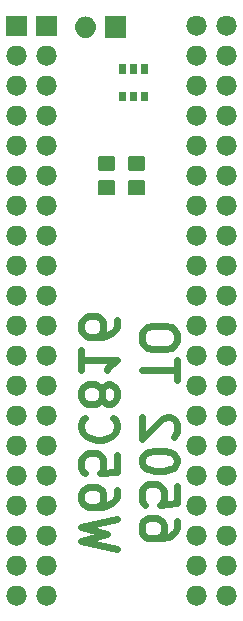
<source format=gbr>
G04 #@! TF.GenerationSoftware,KiCad,Pcbnew,(5.1.2)-1*
G04 #@! TF.CreationDate,2020-03-13T04:35:35-04:00*
G04 #@! TF.ProjectId,6502-65816,36353032-2d36-4353-9831-362e6b696361,rev?*
G04 #@! TF.SameCoordinates,Original*
G04 #@! TF.FileFunction,Soldermask,Bot*
G04 #@! TF.FilePolarity,Negative*
%FSLAX46Y46*%
G04 Gerber Fmt 4.6, Leading zero omitted, Abs format (unit mm)*
G04 Created by KiCad (PCBNEW (5.1.2)-1) date 2020-03-13 04:35:35*
%MOMM*%
%LPD*%
G04 APERTURE LIST*
%ADD10C,0.600000*%
%ADD11C,0.100000*%
G04 APERTURE END LIST*
D10*
X92330857Y-92788428D02*
X92330857Y-93359857D01*
X92188000Y-93645571D01*
X92045142Y-93788428D01*
X91616571Y-94074142D01*
X91045142Y-94217000D01*
X89902285Y-94217000D01*
X89616571Y-94074142D01*
X89473714Y-93931285D01*
X89330857Y-93645571D01*
X89330857Y-93074142D01*
X89473714Y-92788428D01*
X89616571Y-92645571D01*
X89902285Y-92502714D01*
X90616571Y-92502714D01*
X90902285Y-92645571D01*
X91045142Y-92788428D01*
X91188000Y-93074142D01*
X91188000Y-93645571D01*
X91045142Y-93931285D01*
X90902285Y-94074142D01*
X90616571Y-94217000D01*
X92330857Y-89788428D02*
X92330857Y-91217000D01*
X90902285Y-91359857D01*
X91045142Y-91217000D01*
X91188000Y-90931285D01*
X91188000Y-90217000D01*
X91045142Y-89931285D01*
X90902285Y-89788428D01*
X90616571Y-89645571D01*
X89902285Y-89645571D01*
X89616571Y-89788428D01*
X89473714Y-89931285D01*
X89330857Y-90217000D01*
X89330857Y-90931285D01*
X89473714Y-91217000D01*
X89616571Y-91359857D01*
X92330857Y-87788428D02*
X92330857Y-87502714D01*
X92188000Y-87217000D01*
X92045142Y-87074142D01*
X91759428Y-86931285D01*
X91188000Y-86788428D01*
X90473714Y-86788428D01*
X89902285Y-86931285D01*
X89616571Y-87074142D01*
X89473714Y-87217000D01*
X89330857Y-87502714D01*
X89330857Y-87788428D01*
X89473714Y-88074142D01*
X89616571Y-88217000D01*
X89902285Y-88359857D01*
X90473714Y-88502714D01*
X91188000Y-88502714D01*
X91759428Y-88359857D01*
X92045142Y-88217000D01*
X92188000Y-88074142D01*
X92330857Y-87788428D01*
X92045142Y-85645571D02*
X92188000Y-85502714D01*
X92330857Y-85217000D01*
X92330857Y-84502714D01*
X92188000Y-84217000D01*
X92045142Y-84074142D01*
X91759428Y-83931285D01*
X91473714Y-83931285D01*
X91045142Y-84074142D01*
X89330857Y-85788428D01*
X89330857Y-83931285D01*
X92330857Y-80788428D02*
X92330857Y-79074142D01*
X89330857Y-79931285D02*
X92330857Y-79931285D01*
X92330857Y-77502714D02*
X92330857Y-76931285D01*
X92188000Y-76645571D01*
X91902285Y-76359857D01*
X91330857Y-76217000D01*
X90330857Y-76217000D01*
X89759428Y-76359857D01*
X89473714Y-76645571D01*
X89330857Y-76931285D01*
X89330857Y-77502714D01*
X89473714Y-77788428D01*
X89759428Y-78074142D01*
X90330857Y-78217000D01*
X91330857Y-78217000D01*
X91902285Y-78074142D01*
X92188000Y-77788428D01*
X92330857Y-77502714D01*
X87230857Y-95145571D02*
X84230857Y-94431285D01*
X86373714Y-93859857D01*
X84230857Y-93288428D01*
X87230857Y-92574142D01*
X87230857Y-90145571D02*
X87230857Y-90717000D01*
X87088000Y-91002714D01*
X86945142Y-91145571D01*
X86516571Y-91431285D01*
X85945142Y-91574142D01*
X84802285Y-91574142D01*
X84516571Y-91431285D01*
X84373714Y-91288428D01*
X84230857Y-91002714D01*
X84230857Y-90431285D01*
X84373714Y-90145571D01*
X84516571Y-90002714D01*
X84802285Y-89859857D01*
X85516571Y-89859857D01*
X85802285Y-90002714D01*
X85945142Y-90145571D01*
X86088000Y-90431285D01*
X86088000Y-91002714D01*
X85945142Y-91288428D01*
X85802285Y-91431285D01*
X85516571Y-91574142D01*
X87230857Y-87145571D02*
X87230857Y-88574142D01*
X85802285Y-88717000D01*
X85945142Y-88574142D01*
X86088000Y-88288428D01*
X86088000Y-87574142D01*
X85945142Y-87288428D01*
X85802285Y-87145571D01*
X85516571Y-87002714D01*
X84802285Y-87002714D01*
X84516571Y-87145571D01*
X84373714Y-87288428D01*
X84230857Y-87574142D01*
X84230857Y-88288428D01*
X84373714Y-88574142D01*
X84516571Y-88717000D01*
X84516571Y-84002714D02*
X84373714Y-84145571D01*
X84230857Y-84574142D01*
X84230857Y-84859857D01*
X84373714Y-85288428D01*
X84659428Y-85574142D01*
X84945142Y-85717000D01*
X85516571Y-85859857D01*
X85945142Y-85859857D01*
X86516571Y-85717000D01*
X86802285Y-85574142D01*
X87088000Y-85288428D01*
X87230857Y-84859857D01*
X87230857Y-84574142D01*
X87088000Y-84145571D01*
X86945142Y-84002714D01*
X85945142Y-82288428D02*
X86088000Y-82574142D01*
X86230857Y-82717000D01*
X86516571Y-82859857D01*
X86659428Y-82859857D01*
X86945142Y-82717000D01*
X87088000Y-82574142D01*
X87230857Y-82288428D01*
X87230857Y-81717000D01*
X87088000Y-81431285D01*
X86945142Y-81288428D01*
X86659428Y-81145571D01*
X86516571Y-81145571D01*
X86230857Y-81288428D01*
X86088000Y-81431285D01*
X85945142Y-81717000D01*
X85945142Y-82288428D01*
X85802285Y-82574142D01*
X85659428Y-82717000D01*
X85373714Y-82859857D01*
X84802285Y-82859857D01*
X84516571Y-82717000D01*
X84373714Y-82574142D01*
X84230857Y-82288428D01*
X84230857Y-81717000D01*
X84373714Y-81431285D01*
X84516571Y-81288428D01*
X84802285Y-81145571D01*
X85373714Y-81145571D01*
X85659428Y-81288428D01*
X85802285Y-81431285D01*
X85945142Y-81717000D01*
X84230857Y-78288428D02*
X84230857Y-80002714D01*
X84230857Y-79145571D02*
X87230857Y-79145571D01*
X86802285Y-79431285D01*
X86516571Y-79717000D01*
X86373714Y-80002714D01*
X87230857Y-75717000D02*
X87230857Y-76288428D01*
X87088000Y-76574142D01*
X86945142Y-76717000D01*
X86516571Y-77002714D01*
X85945142Y-77145571D01*
X84802285Y-77145571D01*
X84516571Y-77002714D01*
X84373714Y-76859857D01*
X84230857Y-76574142D01*
X84230857Y-76002714D01*
X84373714Y-75717000D01*
X84516571Y-75574142D01*
X84802285Y-75431285D01*
X85516571Y-75431285D01*
X85802285Y-75574142D01*
X85945142Y-75717000D01*
X86088000Y-76002714D01*
X86088000Y-76574142D01*
X85945142Y-76859857D01*
X85802285Y-77002714D01*
X85516571Y-77145571D01*
D11*
G36*
X96686823Y-98221313D02*
G01*
X96847242Y-98269976D01*
X96979906Y-98340886D01*
X96995078Y-98348996D01*
X97124659Y-98455341D01*
X97231004Y-98584922D01*
X97231005Y-98584924D01*
X97310024Y-98732758D01*
X97358687Y-98893177D01*
X97375117Y-99060000D01*
X97358687Y-99226823D01*
X97310024Y-99387242D01*
X97239114Y-99519906D01*
X97231004Y-99535078D01*
X97124659Y-99664659D01*
X96995078Y-99771004D01*
X96995076Y-99771005D01*
X96847242Y-99850024D01*
X96686823Y-99898687D01*
X96561804Y-99911000D01*
X96478196Y-99911000D01*
X96353177Y-99898687D01*
X96192758Y-99850024D01*
X96044924Y-99771005D01*
X96044922Y-99771004D01*
X95915341Y-99664659D01*
X95808996Y-99535078D01*
X95800886Y-99519906D01*
X95729976Y-99387242D01*
X95681313Y-99226823D01*
X95664883Y-99060000D01*
X95681313Y-98893177D01*
X95729976Y-98732758D01*
X95808995Y-98584924D01*
X95808996Y-98584922D01*
X95915341Y-98455341D01*
X96044922Y-98348996D01*
X96060094Y-98340886D01*
X96192758Y-98269976D01*
X96353177Y-98221313D01*
X96478196Y-98209000D01*
X96561804Y-98209000D01*
X96686823Y-98221313D01*
X96686823Y-98221313D01*
G37*
G36*
X94146823Y-98221313D02*
G01*
X94307242Y-98269976D01*
X94439906Y-98340886D01*
X94455078Y-98348996D01*
X94584659Y-98455341D01*
X94691004Y-98584922D01*
X94691005Y-98584924D01*
X94770024Y-98732758D01*
X94818687Y-98893177D01*
X94835117Y-99060000D01*
X94818687Y-99226823D01*
X94770024Y-99387242D01*
X94699114Y-99519906D01*
X94691004Y-99535078D01*
X94584659Y-99664659D01*
X94455078Y-99771004D01*
X94455076Y-99771005D01*
X94307242Y-99850024D01*
X94146823Y-99898687D01*
X94021804Y-99911000D01*
X93938196Y-99911000D01*
X93813177Y-99898687D01*
X93652758Y-99850024D01*
X93504924Y-99771005D01*
X93504922Y-99771004D01*
X93375341Y-99664659D01*
X93268996Y-99535078D01*
X93260886Y-99519906D01*
X93189976Y-99387242D01*
X93141313Y-99226823D01*
X93124883Y-99060000D01*
X93141313Y-98893177D01*
X93189976Y-98732758D01*
X93268995Y-98584924D01*
X93268996Y-98584922D01*
X93375341Y-98455341D01*
X93504922Y-98348996D01*
X93520094Y-98340886D01*
X93652758Y-98269976D01*
X93813177Y-98221313D01*
X93938196Y-98209000D01*
X94021804Y-98209000D01*
X94146823Y-98221313D01*
X94146823Y-98221313D01*
G37*
G36*
X81446823Y-98221313D02*
G01*
X81607242Y-98269976D01*
X81739906Y-98340886D01*
X81755078Y-98348996D01*
X81884659Y-98455341D01*
X81991004Y-98584922D01*
X81991005Y-98584924D01*
X82070024Y-98732758D01*
X82118687Y-98893177D01*
X82135117Y-99060000D01*
X82118687Y-99226823D01*
X82070024Y-99387242D01*
X81999114Y-99519906D01*
X81991004Y-99535078D01*
X81884659Y-99664659D01*
X81755078Y-99771004D01*
X81755076Y-99771005D01*
X81607242Y-99850024D01*
X81446823Y-99898687D01*
X81321804Y-99911000D01*
X81238196Y-99911000D01*
X81113177Y-99898687D01*
X80952758Y-99850024D01*
X80804924Y-99771005D01*
X80804922Y-99771004D01*
X80675341Y-99664659D01*
X80568996Y-99535078D01*
X80560886Y-99519906D01*
X80489976Y-99387242D01*
X80441313Y-99226823D01*
X80424883Y-99060000D01*
X80441313Y-98893177D01*
X80489976Y-98732758D01*
X80568995Y-98584924D01*
X80568996Y-98584922D01*
X80675341Y-98455341D01*
X80804922Y-98348996D01*
X80820094Y-98340886D01*
X80952758Y-98269976D01*
X81113177Y-98221313D01*
X81238196Y-98209000D01*
X81321804Y-98209000D01*
X81446823Y-98221313D01*
X81446823Y-98221313D01*
G37*
G36*
X78906823Y-98221313D02*
G01*
X79067242Y-98269976D01*
X79199906Y-98340886D01*
X79215078Y-98348996D01*
X79344659Y-98455341D01*
X79451004Y-98584922D01*
X79451005Y-98584924D01*
X79530024Y-98732758D01*
X79578687Y-98893177D01*
X79595117Y-99060000D01*
X79578687Y-99226823D01*
X79530024Y-99387242D01*
X79459114Y-99519906D01*
X79451004Y-99535078D01*
X79344659Y-99664659D01*
X79215078Y-99771004D01*
X79215076Y-99771005D01*
X79067242Y-99850024D01*
X78906823Y-99898687D01*
X78781804Y-99911000D01*
X78698196Y-99911000D01*
X78573177Y-99898687D01*
X78412758Y-99850024D01*
X78264924Y-99771005D01*
X78264922Y-99771004D01*
X78135341Y-99664659D01*
X78028996Y-99535078D01*
X78020886Y-99519906D01*
X77949976Y-99387242D01*
X77901313Y-99226823D01*
X77884883Y-99060000D01*
X77901313Y-98893177D01*
X77949976Y-98732758D01*
X78028995Y-98584924D01*
X78028996Y-98584922D01*
X78135341Y-98455341D01*
X78264922Y-98348996D01*
X78280094Y-98340886D01*
X78412758Y-98269976D01*
X78573177Y-98221313D01*
X78698196Y-98209000D01*
X78781804Y-98209000D01*
X78906823Y-98221313D01*
X78906823Y-98221313D01*
G37*
G36*
X78906823Y-95681313D02*
G01*
X79067242Y-95729976D01*
X79199906Y-95800886D01*
X79215078Y-95808996D01*
X79344659Y-95915341D01*
X79451004Y-96044922D01*
X79451005Y-96044924D01*
X79530024Y-96192758D01*
X79578687Y-96353177D01*
X79595117Y-96520000D01*
X79578687Y-96686823D01*
X79530024Y-96847242D01*
X79459114Y-96979906D01*
X79451004Y-96995078D01*
X79344659Y-97124659D01*
X79215078Y-97231004D01*
X79215076Y-97231005D01*
X79067242Y-97310024D01*
X78906823Y-97358687D01*
X78781804Y-97371000D01*
X78698196Y-97371000D01*
X78573177Y-97358687D01*
X78412758Y-97310024D01*
X78264924Y-97231005D01*
X78264922Y-97231004D01*
X78135341Y-97124659D01*
X78028996Y-96995078D01*
X78020886Y-96979906D01*
X77949976Y-96847242D01*
X77901313Y-96686823D01*
X77884883Y-96520000D01*
X77901313Y-96353177D01*
X77949976Y-96192758D01*
X78028995Y-96044924D01*
X78028996Y-96044922D01*
X78135341Y-95915341D01*
X78264922Y-95808996D01*
X78280094Y-95800886D01*
X78412758Y-95729976D01*
X78573177Y-95681313D01*
X78698196Y-95669000D01*
X78781804Y-95669000D01*
X78906823Y-95681313D01*
X78906823Y-95681313D01*
G37*
G36*
X94146823Y-95681313D02*
G01*
X94307242Y-95729976D01*
X94439906Y-95800886D01*
X94455078Y-95808996D01*
X94584659Y-95915341D01*
X94691004Y-96044922D01*
X94691005Y-96044924D01*
X94770024Y-96192758D01*
X94818687Y-96353177D01*
X94835117Y-96520000D01*
X94818687Y-96686823D01*
X94770024Y-96847242D01*
X94699114Y-96979906D01*
X94691004Y-96995078D01*
X94584659Y-97124659D01*
X94455078Y-97231004D01*
X94455076Y-97231005D01*
X94307242Y-97310024D01*
X94146823Y-97358687D01*
X94021804Y-97371000D01*
X93938196Y-97371000D01*
X93813177Y-97358687D01*
X93652758Y-97310024D01*
X93504924Y-97231005D01*
X93504922Y-97231004D01*
X93375341Y-97124659D01*
X93268996Y-96995078D01*
X93260886Y-96979906D01*
X93189976Y-96847242D01*
X93141313Y-96686823D01*
X93124883Y-96520000D01*
X93141313Y-96353177D01*
X93189976Y-96192758D01*
X93268995Y-96044924D01*
X93268996Y-96044922D01*
X93375341Y-95915341D01*
X93504922Y-95808996D01*
X93520094Y-95800886D01*
X93652758Y-95729976D01*
X93813177Y-95681313D01*
X93938196Y-95669000D01*
X94021804Y-95669000D01*
X94146823Y-95681313D01*
X94146823Y-95681313D01*
G37*
G36*
X81446823Y-95681313D02*
G01*
X81607242Y-95729976D01*
X81739906Y-95800886D01*
X81755078Y-95808996D01*
X81884659Y-95915341D01*
X81991004Y-96044922D01*
X81991005Y-96044924D01*
X82070024Y-96192758D01*
X82118687Y-96353177D01*
X82135117Y-96520000D01*
X82118687Y-96686823D01*
X82070024Y-96847242D01*
X81999114Y-96979906D01*
X81991004Y-96995078D01*
X81884659Y-97124659D01*
X81755078Y-97231004D01*
X81755076Y-97231005D01*
X81607242Y-97310024D01*
X81446823Y-97358687D01*
X81321804Y-97371000D01*
X81238196Y-97371000D01*
X81113177Y-97358687D01*
X80952758Y-97310024D01*
X80804924Y-97231005D01*
X80804922Y-97231004D01*
X80675341Y-97124659D01*
X80568996Y-96995078D01*
X80560886Y-96979906D01*
X80489976Y-96847242D01*
X80441313Y-96686823D01*
X80424883Y-96520000D01*
X80441313Y-96353177D01*
X80489976Y-96192758D01*
X80568995Y-96044924D01*
X80568996Y-96044922D01*
X80675341Y-95915341D01*
X80804922Y-95808996D01*
X80820094Y-95800886D01*
X80952758Y-95729976D01*
X81113177Y-95681313D01*
X81238196Y-95669000D01*
X81321804Y-95669000D01*
X81446823Y-95681313D01*
X81446823Y-95681313D01*
G37*
G36*
X96686823Y-95681313D02*
G01*
X96847242Y-95729976D01*
X96979906Y-95800886D01*
X96995078Y-95808996D01*
X97124659Y-95915341D01*
X97231004Y-96044922D01*
X97231005Y-96044924D01*
X97310024Y-96192758D01*
X97358687Y-96353177D01*
X97375117Y-96520000D01*
X97358687Y-96686823D01*
X97310024Y-96847242D01*
X97239114Y-96979906D01*
X97231004Y-96995078D01*
X97124659Y-97124659D01*
X96995078Y-97231004D01*
X96995076Y-97231005D01*
X96847242Y-97310024D01*
X96686823Y-97358687D01*
X96561804Y-97371000D01*
X96478196Y-97371000D01*
X96353177Y-97358687D01*
X96192758Y-97310024D01*
X96044924Y-97231005D01*
X96044922Y-97231004D01*
X95915341Y-97124659D01*
X95808996Y-96995078D01*
X95800886Y-96979906D01*
X95729976Y-96847242D01*
X95681313Y-96686823D01*
X95664883Y-96520000D01*
X95681313Y-96353177D01*
X95729976Y-96192758D01*
X95808995Y-96044924D01*
X95808996Y-96044922D01*
X95915341Y-95915341D01*
X96044922Y-95808996D01*
X96060094Y-95800886D01*
X96192758Y-95729976D01*
X96353177Y-95681313D01*
X96478196Y-95669000D01*
X96561804Y-95669000D01*
X96686823Y-95681313D01*
X96686823Y-95681313D01*
G37*
G36*
X78906823Y-93141313D02*
G01*
X79067242Y-93189976D01*
X79199906Y-93260886D01*
X79215078Y-93268996D01*
X79344659Y-93375341D01*
X79451004Y-93504922D01*
X79451005Y-93504924D01*
X79530024Y-93652758D01*
X79578687Y-93813177D01*
X79595117Y-93980000D01*
X79578687Y-94146823D01*
X79530024Y-94307242D01*
X79459114Y-94439906D01*
X79451004Y-94455078D01*
X79344659Y-94584659D01*
X79215078Y-94691004D01*
X79215076Y-94691005D01*
X79067242Y-94770024D01*
X78906823Y-94818687D01*
X78781804Y-94831000D01*
X78698196Y-94831000D01*
X78573177Y-94818687D01*
X78412758Y-94770024D01*
X78264924Y-94691005D01*
X78264922Y-94691004D01*
X78135341Y-94584659D01*
X78028996Y-94455078D01*
X78020886Y-94439906D01*
X77949976Y-94307242D01*
X77901313Y-94146823D01*
X77884883Y-93980000D01*
X77901313Y-93813177D01*
X77949976Y-93652758D01*
X78028995Y-93504924D01*
X78028996Y-93504922D01*
X78135341Y-93375341D01*
X78264922Y-93268996D01*
X78280094Y-93260886D01*
X78412758Y-93189976D01*
X78573177Y-93141313D01*
X78698196Y-93129000D01*
X78781804Y-93129000D01*
X78906823Y-93141313D01*
X78906823Y-93141313D01*
G37*
G36*
X94146823Y-93141313D02*
G01*
X94307242Y-93189976D01*
X94439906Y-93260886D01*
X94455078Y-93268996D01*
X94584659Y-93375341D01*
X94691004Y-93504922D01*
X94691005Y-93504924D01*
X94770024Y-93652758D01*
X94818687Y-93813177D01*
X94835117Y-93980000D01*
X94818687Y-94146823D01*
X94770024Y-94307242D01*
X94699114Y-94439906D01*
X94691004Y-94455078D01*
X94584659Y-94584659D01*
X94455078Y-94691004D01*
X94455076Y-94691005D01*
X94307242Y-94770024D01*
X94146823Y-94818687D01*
X94021804Y-94831000D01*
X93938196Y-94831000D01*
X93813177Y-94818687D01*
X93652758Y-94770024D01*
X93504924Y-94691005D01*
X93504922Y-94691004D01*
X93375341Y-94584659D01*
X93268996Y-94455078D01*
X93260886Y-94439906D01*
X93189976Y-94307242D01*
X93141313Y-94146823D01*
X93124883Y-93980000D01*
X93141313Y-93813177D01*
X93189976Y-93652758D01*
X93268995Y-93504924D01*
X93268996Y-93504922D01*
X93375341Y-93375341D01*
X93504922Y-93268996D01*
X93520094Y-93260886D01*
X93652758Y-93189976D01*
X93813177Y-93141313D01*
X93938196Y-93129000D01*
X94021804Y-93129000D01*
X94146823Y-93141313D01*
X94146823Y-93141313D01*
G37*
G36*
X81446823Y-93141313D02*
G01*
X81607242Y-93189976D01*
X81739906Y-93260886D01*
X81755078Y-93268996D01*
X81884659Y-93375341D01*
X81991004Y-93504922D01*
X81991005Y-93504924D01*
X82070024Y-93652758D01*
X82118687Y-93813177D01*
X82135117Y-93980000D01*
X82118687Y-94146823D01*
X82070024Y-94307242D01*
X81999114Y-94439906D01*
X81991004Y-94455078D01*
X81884659Y-94584659D01*
X81755078Y-94691004D01*
X81755076Y-94691005D01*
X81607242Y-94770024D01*
X81446823Y-94818687D01*
X81321804Y-94831000D01*
X81238196Y-94831000D01*
X81113177Y-94818687D01*
X80952758Y-94770024D01*
X80804924Y-94691005D01*
X80804922Y-94691004D01*
X80675341Y-94584659D01*
X80568996Y-94455078D01*
X80560886Y-94439906D01*
X80489976Y-94307242D01*
X80441313Y-94146823D01*
X80424883Y-93980000D01*
X80441313Y-93813177D01*
X80489976Y-93652758D01*
X80568995Y-93504924D01*
X80568996Y-93504922D01*
X80675341Y-93375341D01*
X80804922Y-93268996D01*
X80820094Y-93260886D01*
X80952758Y-93189976D01*
X81113177Y-93141313D01*
X81238196Y-93129000D01*
X81321804Y-93129000D01*
X81446823Y-93141313D01*
X81446823Y-93141313D01*
G37*
G36*
X96686823Y-93141313D02*
G01*
X96847242Y-93189976D01*
X96979906Y-93260886D01*
X96995078Y-93268996D01*
X97124659Y-93375341D01*
X97231004Y-93504922D01*
X97231005Y-93504924D01*
X97310024Y-93652758D01*
X97358687Y-93813177D01*
X97375117Y-93980000D01*
X97358687Y-94146823D01*
X97310024Y-94307242D01*
X97239114Y-94439906D01*
X97231004Y-94455078D01*
X97124659Y-94584659D01*
X96995078Y-94691004D01*
X96995076Y-94691005D01*
X96847242Y-94770024D01*
X96686823Y-94818687D01*
X96561804Y-94831000D01*
X96478196Y-94831000D01*
X96353177Y-94818687D01*
X96192758Y-94770024D01*
X96044924Y-94691005D01*
X96044922Y-94691004D01*
X95915341Y-94584659D01*
X95808996Y-94455078D01*
X95800886Y-94439906D01*
X95729976Y-94307242D01*
X95681313Y-94146823D01*
X95664883Y-93980000D01*
X95681313Y-93813177D01*
X95729976Y-93652758D01*
X95808995Y-93504924D01*
X95808996Y-93504922D01*
X95915341Y-93375341D01*
X96044922Y-93268996D01*
X96060094Y-93260886D01*
X96192758Y-93189976D01*
X96353177Y-93141313D01*
X96478196Y-93129000D01*
X96561804Y-93129000D01*
X96686823Y-93141313D01*
X96686823Y-93141313D01*
G37*
G36*
X96686823Y-90601313D02*
G01*
X96847242Y-90649976D01*
X96979906Y-90720886D01*
X96995078Y-90728996D01*
X97124659Y-90835341D01*
X97231004Y-90964922D01*
X97231005Y-90964924D01*
X97310024Y-91112758D01*
X97358687Y-91273177D01*
X97375117Y-91440000D01*
X97358687Y-91606823D01*
X97310024Y-91767242D01*
X97239114Y-91899906D01*
X97231004Y-91915078D01*
X97124659Y-92044659D01*
X96995078Y-92151004D01*
X96995076Y-92151005D01*
X96847242Y-92230024D01*
X96686823Y-92278687D01*
X96561804Y-92291000D01*
X96478196Y-92291000D01*
X96353177Y-92278687D01*
X96192758Y-92230024D01*
X96044924Y-92151005D01*
X96044922Y-92151004D01*
X95915341Y-92044659D01*
X95808996Y-91915078D01*
X95800886Y-91899906D01*
X95729976Y-91767242D01*
X95681313Y-91606823D01*
X95664883Y-91440000D01*
X95681313Y-91273177D01*
X95729976Y-91112758D01*
X95808995Y-90964924D01*
X95808996Y-90964922D01*
X95915341Y-90835341D01*
X96044922Y-90728996D01*
X96060094Y-90720886D01*
X96192758Y-90649976D01*
X96353177Y-90601313D01*
X96478196Y-90589000D01*
X96561804Y-90589000D01*
X96686823Y-90601313D01*
X96686823Y-90601313D01*
G37*
G36*
X81446823Y-90601313D02*
G01*
X81607242Y-90649976D01*
X81739906Y-90720886D01*
X81755078Y-90728996D01*
X81884659Y-90835341D01*
X81991004Y-90964922D01*
X81991005Y-90964924D01*
X82070024Y-91112758D01*
X82118687Y-91273177D01*
X82135117Y-91440000D01*
X82118687Y-91606823D01*
X82070024Y-91767242D01*
X81999114Y-91899906D01*
X81991004Y-91915078D01*
X81884659Y-92044659D01*
X81755078Y-92151004D01*
X81755076Y-92151005D01*
X81607242Y-92230024D01*
X81446823Y-92278687D01*
X81321804Y-92291000D01*
X81238196Y-92291000D01*
X81113177Y-92278687D01*
X80952758Y-92230024D01*
X80804924Y-92151005D01*
X80804922Y-92151004D01*
X80675341Y-92044659D01*
X80568996Y-91915078D01*
X80560886Y-91899906D01*
X80489976Y-91767242D01*
X80441313Y-91606823D01*
X80424883Y-91440000D01*
X80441313Y-91273177D01*
X80489976Y-91112758D01*
X80568995Y-90964924D01*
X80568996Y-90964922D01*
X80675341Y-90835341D01*
X80804922Y-90728996D01*
X80820094Y-90720886D01*
X80952758Y-90649976D01*
X81113177Y-90601313D01*
X81238196Y-90589000D01*
X81321804Y-90589000D01*
X81446823Y-90601313D01*
X81446823Y-90601313D01*
G37*
G36*
X94146823Y-90601313D02*
G01*
X94307242Y-90649976D01*
X94439906Y-90720886D01*
X94455078Y-90728996D01*
X94584659Y-90835341D01*
X94691004Y-90964922D01*
X94691005Y-90964924D01*
X94770024Y-91112758D01*
X94818687Y-91273177D01*
X94835117Y-91440000D01*
X94818687Y-91606823D01*
X94770024Y-91767242D01*
X94699114Y-91899906D01*
X94691004Y-91915078D01*
X94584659Y-92044659D01*
X94455078Y-92151004D01*
X94455076Y-92151005D01*
X94307242Y-92230024D01*
X94146823Y-92278687D01*
X94021804Y-92291000D01*
X93938196Y-92291000D01*
X93813177Y-92278687D01*
X93652758Y-92230024D01*
X93504924Y-92151005D01*
X93504922Y-92151004D01*
X93375341Y-92044659D01*
X93268996Y-91915078D01*
X93260886Y-91899906D01*
X93189976Y-91767242D01*
X93141313Y-91606823D01*
X93124883Y-91440000D01*
X93141313Y-91273177D01*
X93189976Y-91112758D01*
X93268995Y-90964924D01*
X93268996Y-90964922D01*
X93375341Y-90835341D01*
X93504922Y-90728996D01*
X93520094Y-90720886D01*
X93652758Y-90649976D01*
X93813177Y-90601313D01*
X93938196Y-90589000D01*
X94021804Y-90589000D01*
X94146823Y-90601313D01*
X94146823Y-90601313D01*
G37*
G36*
X78906823Y-90601313D02*
G01*
X79067242Y-90649976D01*
X79199906Y-90720886D01*
X79215078Y-90728996D01*
X79344659Y-90835341D01*
X79451004Y-90964922D01*
X79451005Y-90964924D01*
X79530024Y-91112758D01*
X79578687Y-91273177D01*
X79595117Y-91440000D01*
X79578687Y-91606823D01*
X79530024Y-91767242D01*
X79459114Y-91899906D01*
X79451004Y-91915078D01*
X79344659Y-92044659D01*
X79215078Y-92151004D01*
X79215076Y-92151005D01*
X79067242Y-92230024D01*
X78906823Y-92278687D01*
X78781804Y-92291000D01*
X78698196Y-92291000D01*
X78573177Y-92278687D01*
X78412758Y-92230024D01*
X78264924Y-92151005D01*
X78264922Y-92151004D01*
X78135341Y-92044659D01*
X78028996Y-91915078D01*
X78020886Y-91899906D01*
X77949976Y-91767242D01*
X77901313Y-91606823D01*
X77884883Y-91440000D01*
X77901313Y-91273177D01*
X77949976Y-91112758D01*
X78028995Y-90964924D01*
X78028996Y-90964922D01*
X78135341Y-90835341D01*
X78264922Y-90728996D01*
X78280094Y-90720886D01*
X78412758Y-90649976D01*
X78573177Y-90601313D01*
X78698196Y-90589000D01*
X78781804Y-90589000D01*
X78906823Y-90601313D01*
X78906823Y-90601313D01*
G37*
G36*
X78906823Y-88061313D02*
G01*
X79067242Y-88109976D01*
X79199906Y-88180886D01*
X79215078Y-88188996D01*
X79344659Y-88295341D01*
X79451004Y-88424922D01*
X79451005Y-88424924D01*
X79530024Y-88572758D01*
X79578687Y-88733177D01*
X79595117Y-88900000D01*
X79578687Y-89066823D01*
X79530024Y-89227242D01*
X79459114Y-89359906D01*
X79451004Y-89375078D01*
X79344659Y-89504659D01*
X79215078Y-89611004D01*
X79215076Y-89611005D01*
X79067242Y-89690024D01*
X78906823Y-89738687D01*
X78781804Y-89751000D01*
X78698196Y-89751000D01*
X78573177Y-89738687D01*
X78412758Y-89690024D01*
X78264924Y-89611005D01*
X78264922Y-89611004D01*
X78135341Y-89504659D01*
X78028996Y-89375078D01*
X78020886Y-89359906D01*
X77949976Y-89227242D01*
X77901313Y-89066823D01*
X77884883Y-88900000D01*
X77901313Y-88733177D01*
X77949976Y-88572758D01*
X78028995Y-88424924D01*
X78028996Y-88424922D01*
X78135341Y-88295341D01*
X78264922Y-88188996D01*
X78280094Y-88180886D01*
X78412758Y-88109976D01*
X78573177Y-88061313D01*
X78698196Y-88049000D01*
X78781804Y-88049000D01*
X78906823Y-88061313D01*
X78906823Y-88061313D01*
G37*
G36*
X81446823Y-88061313D02*
G01*
X81607242Y-88109976D01*
X81739906Y-88180886D01*
X81755078Y-88188996D01*
X81884659Y-88295341D01*
X81991004Y-88424922D01*
X81991005Y-88424924D01*
X82070024Y-88572758D01*
X82118687Y-88733177D01*
X82135117Y-88900000D01*
X82118687Y-89066823D01*
X82070024Y-89227242D01*
X81999114Y-89359906D01*
X81991004Y-89375078D01*
X81884659Y-89504659D01*
X81755078Y-89611004D01*
X81755076Y-89611005D01*
X81607242Y-89690024D01*
X81446823Y-89738687D01*
X81321804Y-89751000D01*
X81238196Y-89751000D01*
X81113177Y-89738687D01*
X80952758Y-89690024D01*
X80804924Y-89611005D01*
X80804922Y-89611004D01*
X80675341Y-89504659D01*
X80568996Y-89375078D01*
X80560886Y-89359906D01*
X80489976Y-89227242D01*
X80441313Y-89066823D01*
X80424883Y-88900000D01*
X80441313Y-88733177D01*
X80489976Y-88572758D01*
X80568995Y-88424924D01*
X80568996Y-88424922D01*
X80675341Y-88295341D01*
X80804922Y-88188996D01*
X80820094Y-88180886D01*
X80952758Y-88109976D01*
X81113177Y-88061313D01*
X81238196Y-88049000D01*
X81321804Y-88049000D01*
X81446823Y-88061313D01*
X81446823Y-88061313D01*
G37*
G36*
X96686823Y-88061313D02*
G01*
X96847242Y-88109976D01*
X96979906Y-88180886D01*
X96995078Y-88188996D01*
X97124659Y-88295341D01*
X97231004Y-88424922D01*
X97231005Y-88424924D01*
X97310024Y-88572758D01*
X97358687Y-88733177D01*
X97375117Y-88900000D01*
X97358687Y-89066823D01*
X97310024Y-89227242D01*
X97239114Y-89359906D01*
X97231004Y-89375078D01*
X97124659Y-89504659D01*
X96995078Y-89611004D01*
X96995076Y-89611005D01*
X96847242Y-89690024D01*
X96686823Y-89738687D01*
X96561804Y-89751000D01*
X96478196Y-89751000D01*
X96353177Y-89738687D01*
X96192758Y-89690024D01*
X96044924Y-89611005D01*
X96044922Y-89611004D01*
X95915341Y-89504659D01*
X95808996Y-89375078D01*
X95800886Y-89359906D01*
X95729976Y-89227242D01*
X95681313Y-89066823D01*
X95664883Y-88900000D01*
X95681313Y-88733177D01*
X95729976Y-88572758D01*
X95808995Y-88424924D01*
X95808996Y-88424922D01*
X95915341Y-88295341D01*
X96044922Y-88188996D01*
X96060094Y-88180886D01*
X96192758Y-88109976D01*
X96353177Y-88061313D01*
X96478196Y-88049000D01*
X96561804Y-88049000D01*
X96686823Y-88061313D01*
X96686823Y-88061313D01*
G37*
G36*
X94146823Y-88061313D02*
G01*
X94307242Y-88109976D01*
X94439906Y-88180886D01*
X94455078Y-88188996D01*
X94584659Y-88295341D01*
X94691004Y-88424922D01*
X94691005Y-88424924D01*
X94770024Y-88572758D01*
X94818687Y-88733177D01*
X94835117Y-88900000D01*
X94818687Y-89066823D01*
X94770024Y-89227242D01*
X94699114Y-89359906D01*
X94691004Y-89375078D01*
X94584659Y-89504659D01*
X94455078Y-89611004D01*
X94455076Y-89611005D01*
X94307242Y-89690024D01*
X94146823Y-89738687D01*
X94021804Y-89751000D01*
X93938196Y-89751000D01*
X93813177Y-89738687D01*
X93652758Y-89690024D01*
X93504924Y-89611005D01*
X93504922Y-89611004D01*
X93375341Y-89504659D01*
X93268996Y-89375078D01*
X93260886Y-89359906D01*
X93189976Y-89227242D01*
X93141313Y-89066823D01*
X93124883Y-88900000D01*
X93141313Y-88733177D01*
X93189976Y-88572758D01*
X93268995Y-88424924D01*
X93268996Y-88424922D01*
X93375341Y-88295341D01*
X93504922Y-88188996D01*
X93520094Y-88180886D01*
X93652758Y-88109976D01*
X93813177Y-88061313D01*
X93938196Y-88049000D01*
X94021804Y-88049000D01*
X94146823Y-88061313D01*
X94146823Y-88061313D01*
G37*
G36*
X96686823Y-85521313D02*
G01*
X96847242Y-85569976D01*
X96979906Y-85640886D01*
X96995078Y-85648996D01*
X97124659Y-85755341D01*
X97231004Y-85884922D01*
X97231005Y-85884924D01*
X97310024Y-86032758D01*
X97358687Y-86193177D01*
X97375117Y-86360000D01*
X97358687Y-86526823D01*
X97310024Y-86687242D01*
X97239114Y-86819906D01*
X97231004Y-86835078D01*
X97124659Y-86964659D01*
X96995078Y-87071004D01*
X96995076Y-87071005D01*
X96847242Y-87150024D01*
X96686823Y-87198687D01*
X96561804Y-87211000D01*
X96478196Y-87211000D01*
X96353177Y-87198687D01*
X96192758Y-87150024D01*
X96044924Y-87071005D01*
X96044922Y-87071004D01*
X95915341Y-86964659D01*
X95808996Y-86835078D01*
X95800886Y-86819906D01*
X95729976Y-86687242D01*
X95681313Y-86526823D01*
X95664883Y-86360000D01*
X95681313Y-86193177D01*
X95729976Y-86032758D01*
X95808995Y-85884924D01*
X95808996Y-85884922D01*
X95915341Y-85755341D01*
X96044922Y-85648996D01*
X96060094Y-85640886D01*
X96192758Y-85569976D01*
X96353177Y-85521313D01*
X96478196Y-85509000D01*
X96561804Y-85509000D01*
X96686823Y-85521313D01*
X96686823Y-85521313D01*
G37*
G36*
X94146823Y-85521313D02*
G01*
X94307242Y-85569976D01*
X94439906Y-85640886D01*
X94455078Y-85648996D01*
X94584659Y-85755341D01*
X94691004Y-85884922D01*
X94691005Y-85884924D01*
X94770024Y-86032758D01*
X94818687Y-86193177D01*
X94835117Y-86360000D01*
X94818687Y-86526823D01*
X94770024Y-86687242D01*
X94699114Y-86819906D01*
X94691004Y-86835078D01*
X94584659Y-86964659D01*
X94455078Y-87071004D01*
X94455076Y-87071005D01*
X94307242Y-87150024D01*
X94146823Y-87198687D01*
X94021804Y-87211000D01*
X93938196Y-87211000D01*
X93813177Y-87198687D01*
X93652758Y-87150024D01*
X93504924Y-87071005D01*
X93504922Y-87071004D01*
X93375341Y-86964659D01*
X93268996Y-86835078D01*
X93260886Y-86819906D01*
X93189976Y-86687242D01*
X93141313Y-86526823D01*
X93124883Y-86360000D01*
X93141313Y-86193177D01*
X93189976Y-86032758D01*
X93268995Y-85884924D01*
X93268996Y-85884922D01*
X93375341Y-85755341D01*
X93504922Y-85648996D01*
X93520094Y-85640886D01*
X93652758Y-85569976D01*
X93813177Y-85521313D01*
X93938196Y-85509000D01*
X94021804Y-85509000D01*
X94146823Y-85521313D01*
X94146823Y-85521313D01*
G37*
G36*
X81446823Y-85521313D02*
G01*
X81607242Y-85569976D01*
X81739906Y-85640886D01*
X81755078Y-85648996D01*
X81884659Y-85755341D01*
X81991004Y-85884922D01*
X81991005Y-85884924D01*
X82070024Y-86032758D01*
X82118687Y-86193177D01*
X82135117Y-86360000D01*
X82118687Y-86526823D01*
X82070024Y-86687242D01*
X81999114Y-86819906D01*
X81991004Y-86835078D01*
X81884659Y-86964659D01*
X81755078Y-87071004D01*
X81755076Y-87071005D01*
X81607242Y-87150024D01*
X81446823Y-87198687D01*
X81321804Y-87211000D01*
X81238196Y-87211000D01*
X81113177Y-87198687D01*
X80952758Y-87150024D01*
X80804924Y-87071005D01*
X80804922Y-87071004D01*
X80675341Y-86964659D01*
X80568996Y-86835078D01*
X80560886Y-86819906D01*
X80489976Y-86687242D01*
X80441313Y-86526823D01*
X80424883Y-86360000D01*
X80441313Y-86193177D01*
X80489976Y-86032758D01*
X80568995Y-85884924D01*
X80568996Y-85884922D01*
X80675341Y-85755341D01*
X80804922Y-85648996D01*
X80820094Y-85640886D01*
X80952758Y-85569976D01*
X81113177Y-85521313D01*
X81238196Y-85509000D01*
X81321804Y-85509000D01*
X81446823Y-85521313D01*
X81446823Y-85521313D01*
G37*
G36*
X78906823Y-85521313D02*
G01*
X79067242Y-85569976D01*
X79199906Y-85640886D01*
X79215078Y-85648996D01*
X79344659Y-85755341D01*
X79451004Y-85884922D01*
X79451005Y-85884924D01*
X79530024Y-86032758D01*
X79578687Y-86193177D01*
X79595117Y-86360000D01*
X79578687Y-86526823D01*
X79530024Y-86687242D01*
X79459114Y-86819906D01*
X79451004Y-86835078D01*
X79344659Y-86964659D01*
X79215078Y-87071004D01*
X79215076Y-87071005D01*
X79067242Y-87150024D01*
X78906823Y-87198687D01*
X78781804Y-87211000D01*
X78698196Y-87211000D01*
X78573177Y-87198687D01*
X78412758Y-87150024D01*
X78264924Y-87071005D01*
X78264922Y-87071004D01*
X78135341Y-86964659D01*
X78028996Y-86835078D01*
X78020886Y-86819906D01*
X77949976Y-86687242D01*
X77901313Y-86526823D01*
X77884883Y-86360000D01*
X77901313Y-86193177D01*
X77949976Y-86032758D01*
X78028995Y-85884924D01*
X78028996Y-85884922D01*
X78135341Y-85755341D01*
X78264922Y-85648996D01*
X78280094Y-85640886D01*
X78412758Y-85569976D01*
X78573177Y-85521313D01*
X78698196Y-85509000D01*
X78781804Y-85509000D01*
X78906823Y-85521313D01*
X78906823Y-85521313D01*
G37*
G36*
X94146823Y-82981313D02*
G01*
X94307242Y-83029976D01*
X94439906Y-83100886D01*
X94455078Y-83108996D01*
X94584659Y-83215341D01*
X94691004Y-83344922D01*
X94691005Y-83344924D01*
X94770024Y-83492758D01*
X94818687Y-83653177D01*
X94835117Y-83820000D01*
X94818687Y-83986823D01*
X94770024Y-84147242D01*
X94699114Y-84279906D01*
X94691004Y-84295078D01*
X94584659Y-84424659D01*
X94455078Y-84531004D01*
X94455076Y-84531005D01*
X94307242Y-84610024D01*
X94146823Y-84658687D01*
X94021804Y-84671000D01*
X93938196Y-84671000D01*
X93813177Y-84658687D01*
X93652758Y-84610024D01*
X93504924Y-84531005D01*
X93504922Y-84531004D01*
X93375341Y-84424659D01*
X93268996Y-84295078D01*
X93260886Y-84279906D01*
X93189976Y-84147242D01*
X93141313Y-83986823D01*
X93124883Y-83820000D01*
X93141313Y-83653177D01*
X93189976Y-83492758D01*
X93268995Y-83344924D01*
X93268996Y-83344922D01*
X93375341Y-83215341D01*
X93504922Y-83108996D01*
X93520094Y-83100886D01*
X93652758Y-83029976D01*
X93813177Y-82981313D01*
X93938196Y-82969000D01*
X94021804Y-82969000D01*
X94146823Y-82981313D01*
X94146823Y-82981313D01*
G37*
G36*
X78906823Y-82981313D02*
G01*
X79067242Y-83029976D01*
X79199906Y-83100886D01*
X79215078Y-83108996D01*
X79344659Y-83215341D01*
X79451004Y-83344922D01*
X79451005Y-83344924D01*
X79530024Y-83492758D01*
X79578687Y-83653177D01*
X79595117Y-83820000D01*
X79578687Y-83986823D01*
X79530024Y-84147242D01*
X79459114Y-84279906D01*
X79451004Y-84295078D01*
X79344659Y-84424659D01*
X79215078Y-84531004D01*
X79215076Y-84531005D01*
X79067242Y-84610024D01*
X78906823Y-84658687D01*
X78781804Y-84671000D01*
X78698196Y-84671000D01*
X78573177Y-84658687D01*
X78412758Y-84610024D01*
X78264924Y-84531005D01*
X78264922Y-84531004D01*
X78135341Y-84424659D01*
X78028996Y-84295078D01*
X78020886Y-84279906D01*
X77949976Y-84147242D01*
X77901313Y-83986823D01*
X77884883Y-83820000D01*
X77901313Y-83653177D01*
X77949976Y-83492758D01*
X78028995Y-83344924D01*
X78028996Y-83344922D01*
X78135341Y-83215341D01*
X78264922Y-83108996D01*
X78280094Y-83100886D01*
X78412758Y-83029976D01*
X78573177Y-82981313D01*
X78698196Y-82969000D01*
X78781804Y-82969000D01*
X78906823Y-82981313D01*
X78906823Y-82981313D01*
G37*
G36*
X96686823Y-82981313D02*
G01*
X96847242Y-83029976D01*
X96979906Y-83100886D01*
X96995078Y-83108996D01*
X97124659Y-83215341D01*
X97231004Y-83344922D01*
X97231005Y-83344924D01*
X97310024Y-83492758D01*
X97358687Y-83653177D01*
X97375117Y-83820000D01*
X97358687Y-83986823D01*
X97310024Y-84147242D01*
X97239114Y-84279906D01*
X97231004Y-84295078D01*
X97124659Y-84424659D01*
X96995078Y-84531004D01*
X96995076Y-84531005D01*
X96847242Y-84610024D01*
X96686823Y-84658687D01*
X96561804Y-84671000D01*
X96478196Y-84671000D01*
X96353177Y-84658687D01*
X96192758Y-84610024D01*
X96044924Y-84531005D01*
X96044922Y-84531004D01*
X95915341Y-84424659D01*
X95808996Y-84295078D01*
X95800886Y-84279906D01*
X95729976Y-84147242D01*
X95681313Y-83986823D01*
X95664883Y-83820000D01*
X95681313Y-83653177D01*
X95729976Y-83492758D01*
X95808995Y-83344924D01*
X95808996Y-83344922D01*
X95915341Y-83215341D01*
X96044922Y-83108996D01*
X96060094Y-83100886D01*
X96192758Y-83029976D01*
X96353177Y-82981313D01*
X96478196Y-82969000D01*
X96561804Y-82969000D01*
X96686823Y-82981313D01*
X96686823Y-82981313D01*
G37*
G36*
X81446823Y-82981313D02*
G01*
X81607242Y-83029976D01*
X81739906Y-83100886D01*
X81755078Y-83108996D01*
X81884659Y-83215341D01*
X81991004Y-83344922D01*
X81991005Y-83344924D01*
X82070024Y-83492758D01*
X82118687Y-83653177D01*
X82135117Y-83820000D01*
X82118687Y-83986823D01*
X82070024Y-84147242D01*
X81999114Y-84279906D01*
X81991004Y-84295078D01*
X81884659Y-84424659D01*
X81755078Y-84531004D01*
X81755076Y-84531005D01*
X81607242Y-84610024D01*
X81446823Y-84658687D01*
X81321804Y-84671000D01*
X81238196Y-84671000D01*
X81113177Y-84658687D01*
X80952758Y-84610024D01*
X80804924Y-84531005D01*
X80804922Y-84531004D01*
X80675341Y-84424659D01*
X80568996Y-84295078D01*
X80560886Y-84279906D01*
X80489976Y-84147242D01*
X80441313Y-83986823D01*
X80424883Y-83820000D01*
X80441313Y-83653177D01*
X80489976Y-83492758D01*
X80568995Y-83344924D01*
X80568996Y-83344922D01*
X80675341Y-83215341D01*
X80804922Y-83108996D01*
X80820094Y-83100886D01*
X80952758Y-83029976D01*
X81113177Y-82981313D01*
X81238196Y-82969000D01*
X81321804Y-82969000D01*
X81446823Y-82981313D01*
X81446823Y-82981313D01*
G37*
G36*
X94146823Y-80441313D02*
G01*
X94307242Y-80489976D01*
X94439906Y-80560886D01*
X94455078Y-80568996D01*
X94584659Y-80675341D01*
X94691004Y-80804922D01*
X94691005Y-80804924D01*
X94770024Y-80952758D01*
X94818687Y-81113177D01*
X94835117Y-81280000D01*
X94818687Y-81446823D01*
X94770024Y-81607242D01*
X94699114Y-81739906D01*
X94691004Y-81755078D01*
X94584659Y-81884659D01*
X94455078Y-81991004D01*
X94455076Y-81991005D01*
X94307242Y-82070024D01*
X94146823Y-82118687D01*
X94021804Y-82131000D01*
X93938196Y-82131000D01*
X93813177Y-82118687D01*
X93652758Y-82070024D01*
X93504924Y-81991005D01*
X93504922Y-81991004D01*
X93375341Y-81884659D01*
X93268996Y-81755078D01*
X93260886Y-81739906D01*
X93189976Y-81607242D01*
X93141313Y-81446823D01*
X93124883Y-81280000D01*
X93141313Y-81113177D01*
X93189976Y-80952758D01*
X93268995Y-80804924D01*
X93268996Y-80804922D01*
X93375341Y-80675341D01*
X93504922Y-80568996D01*
X93520094Y-80560886D01*
X93652758Y-80489976D01*
X93813177Y-80441313D01*
X93938196Y-80429000D01*
X94021804Y-80429000D01*
X94146823Y-80441313D01*
X94146823Y-80441313D01*
G37*
G36*
X96686823Y-80441313D02*
G01*
X96847242Y-80489976D01*
X96979906Y-80560886D01*
X96995078Y-80568996D01*
X97124659Y-80675341D01*
X97231004Y-80804922D01*
X97231005Y-80804924D01*
X97310024Y-80952758D01*
X97358687Y-81113177D01*
X97375117Y-81280000D01*
X97358687Y-81446823D01*
X97310024Y-81607242D01*
X97239114Y-81739906D01*
X97231004Y-81755078D01*
X97124659Y-81884659D01*
X96995078Y-81991004D01*
X96995076Y-81991005D01*
X96847242Y-82070024D01*
X96686823Y-82118687D01*
X96561804Y-82131000D01*
X96478196Y-82131000D01*
X96353177Y-82118687D01*
X96192758Y-82070024D01*
X96044924Y-81991005D01*
X96044922Y-81991004D01*
X95915341Y-81884659D01*
X95808996Y-81755078D01*
X95800886Y-81739906D01*
X95729976Y-81607242D01*
X95681313Y-81446823D01*
X95664883Y-81280000D01*
X95681313Y-81113177D01*
X95729976Y-80952758D01*
X95808995Y-80804924D01*
X95808996Y-80804922D01*
X95915341Y-80675341D01*
X96044922Y-80568996D01*
X96060094Y-80560886D01*
X96192758Y-80489976D01*
X96353177Y-80441313D01*
X96478196Y-80429000D01*
X96561804Y-80429000D01*
X96686823Y-80441313D01*
X96686823Y-80441313D01*
G37*
G36*
X81446823Y-80441313D02*
G01*
X81607242Y-80489976D01*
X81739906Y-80560886D01*
X81755078Y-80568996D01*
X81884659Y-80675341D01*
X81991004Y-80804922D01*
X81991005Y-80804924D01*
X82070024Y-80952758D01*
X82118687Y-81113177D01*
X82135117Y-81280000D01*
X82118687Y-81446823D01*
X82070024Y-81607242D01*
X81999114Y-81739906D01*
X81991004Y-81755078D01*
X81884659Y-81884659D01*
X81755078Y-81991004D01*
X81755076Y-81991005D01*
X81607242Y-82070024D01*
X81446823Y-82118687D01*
X81321804Y-82131000D01*
X81238196Y-82131000D01*
X81113177Y-82118687D01*
X80952758Y-82070024D01*
X80804924Y-81991005D01*
X80804922Y-81991004D01*
X80675341Y-81884659D01*
X80568996Y-81755078D01*
X80560886Y-81739906D01*
X80489976Y-81607242D01*
X80441313Y-81446823D01*
X80424883Y-81280000D01*
X80441313Y-81113177D01*
X80489976Y-80952758D01*
X80568995Y-80804924D01*
X80568996Y-80804922D01*
X80675341Y-80675341D01*
X80804922Y-80568996D01*
X80820094Y-80560886D01*
X80952758Y-80489976D01*
X81113177Y-80441313D01*
X81238196Y-80429000D01*
X81321804Y-80429000D01*
X81446823Y-80441313D01*
X81446823Y-80441313D01*
G37*
G36*
X78906823Y-80441313D02*
G01*
X79067242Y-80489976D01*
X79199906Y-80560886D01*
X79215078Y-80568996D01*
X79344659Y-80675341D01*
X79451004Y-80804922D01*
X79451005Y-80804924D01*
X79530024Y-80952758D01*
X79578687Y-81113177D01*
X79595117Y-81280000D01*
X79578687Y-81446823D01*
X79530024Y-81607242D01*
X79459114Y-81739906D01*
X79451004Y-81755078D01*
X79344659Y-81884659D01*
X79215078Y-81991004D01*
X79215076Y-81991005D01*
X79067242Y-82070024D01*
X78906823Y-82118687D01*
X78781804Y-82131000D01*
X78698196Y-82131000D01*
X78573177Y-82118687D01*
X78412758Y-82070024D01*
X78264924Y-81991005D01*
X78264922Y-81991004D01*
X78135341Y-81884659D01*
X78028996Y-81755078D01*
X78020886Y-81739906D01*
X77949976Y-81607242D01*
X77901313Y-81446823D01*
X77884883Y-81280000D01*
X77901313Y-81113177D01*
X77949976Y-80952758D01*
X78028995Y-80804924D01*
X78028996Y-80804922D01*
X78135341Y-80675341D01*
X78264922Y-80568996D01*
X78280094Y-80560886D01*
X78412758Y-80489976D01*
X78573177Y-80441313D01*
X78698196Y-80429000D01*
X78781804Y-80429000D01*
X78906823Y-80441313D01*
X78906823Y-80441313D01*
G37*
G36*
X94146823Y-77901313D02*
G01*
X94307242Y-77949976D01*
X94439906Y-78020886D01*
X94455078Y-78028996D01*
X94584659Y-78135341D01*
X94691004Y-78264922D01*
X94691005Y-78264924D01*
X94770024Y-78412758D01*
X94818687Y-78573177D01*
X94835117Y-78740000D01*
X94818687Y-78906823D01*
X94770024Y-79067242D01*
X94699114Y-79199906D01*
X94691004Y-79215078D01*
X94584659Y-79344659D01*
X94455078Y-79451004D01*
X94455076Y-79451005D01*
X94307242Y-79530024D01*
X94146823Y-79578687D01*
X94021804Y-79591000D01*
X93938196Y-79591000D01*
X93813177Y-79578687D01*
X93652758Y-79530024D01*
X93504924Y-79451005D01*
X93504922Y-79451004D01*
X93375341Y-79344659D01*
X93268996Y-79215078D01*
X93260886Y-79199906D01*
X93189976Y-79067242D01*
X93141313Y-78906823D01*
X93124883Y-78740000D01*
X93141313Y-78573177D01*
X93189976Y-78412758D01*
X93268995Y-78264924D01*
X93268996Y-78264922D01*
X93375341Y-78135341D01*
X93504922Y-78028996D01*
X93520094Y-78020886D01*
X93652758Y-77949976D01*
X93813177Y-77901313D01*
X93938196Y-77889000D01*
X94021804Y-77889000D01*
X94146823Y-77901313D01*
X94146823Y-77901313D01*
G37*
G36*
X78906823Y-77901313D02*
G01*
X79067242Y-77949976D01*
X79199906Y-78020886D01*
X79215078Y-78028996D01*
X79344659Y-78135341D01*
X79451004Y-78264922D01*
X79451005Y-78264924D01*
X79530024Y-78412758D01*
X79578687Y-78573177D01*
X79595117Y-78740000D01*
X79578687Y-78906823D01*
X79530024Y-79067242D01*
X79459114Y-79199906D01*
X79451004Y-79215078D01*
X79344659Y-79344659D01*
X79215078Y-79451004D01*
X79215076Y-79451005D01*
X79067242Y-79530024D01*
X78906823Y-79578687D01*
X78781804Y-79591000D01*
X78698196Y-79591000D01*
X78573177Y-79578687D01*
X78412758Y-79530024D01*
X78264924Y-79451005D01*
X78264922Y-79451004D01*
X78135341Y-79344659D01*
X78028996Y-79215078D01*
X78020886Y-79199906D01*
X77949976Y-79067242D01*
X77901313Y-78906823D01*
X77884883Y-78740000D01*
X77901313Y-78573177D01*
X77949976Y-78412758D01*
X78028995Y-78264924D01*
X78028996Y-78264922D01*
X78135341Y-78135341D01*
X78264922Y-78028996D01*
X78280094Y-78020886D01*
X78412758Y-77949976D01*
X78573177Y-77901313D01*
X78698196Y-77889000D01*
X78781804Y-77889000D01*
X78906823Y-77901313D01*
X78906823Y-77901313D01*
G37*
G36*
X96686823Y-77901313D02*
G01*
X96847242Y-77949976D01*
X96979906Y-78020886D01*
X96995078Y-78028996D01*
X97124659Y-78135341D01*
X97231004Y-78264922D01*
X97231005Y-78264924D01*
X97310024Y-78412758D01*
X97358687Y-78573177D01*
X97375117Y-78740000D01*
X97358687Y-78906823D01*
X97310024Y-79067242D01*
X97239114Y-79199906D01*
X97231004Y-79215078D01*
X97124659Y-79344659D01*
X96995078Y-79451004D01*
X96995076Y-79451005D01*
X96847242Y-79530024D01*
X96686823Y-79578687D01*
X96561804Y-79591000D01*
X96478196Y-79591000D01*
X96353177Y-79578687D01*
X96192758Y-79530024D01*
X96044924Y-79451005D01*
X96044922Y-79451004D01*
X95915341Y-79344659D01*
X95808996Y-79215078D01*
X95800886Y-79199906D01*
X95729976Y-79067242D01*
X95681313Y-78906823D01*
X95664883Y-78740000D01*
X95681313Y-78573177D01*
X95729976Y-78412758D01*
X95808995Y-78264924D01*
X95808996Y-78264922D01*
X95915341Y-78135341D01*
X96044922Y-78028996D01*
X96060094Y-78020886D01*
X96192758Y-77949976D01*
X96353177Y-77901313D01*
X96478196Y-77889000D01*
X96561804Y-77889000D01*
X96686823Y-77901313D01*
X96686823Y-77901313D01*
G37*
G36*
X81446823Y-77901313D02*
G01*
X81607242Y-77949976D01*
X81739906Y-78020886D01*
X81755078Y-78028996D01*
X81884659Y-78135341D01*
X81991004Y-78264922D01*
X81991005Y-78264924D01*
X82070024Y-78412758D01*
X82118687Y-78573177D01*
X82135117Y-78740000D01*
X82118687Y-78906823D01*
X82070024Y-79067242D01*
X81999114Y-79199906D01*
X81991004Y-79215078D01*
X81884659Y-79344659D01*
X81755078Y-79451004D01*
X81755076Y-79451005D01*
X81607242Y-79530024D01*
X81446823Y-79578687D01*
X81321804Y-79591000D01*
X81238196Y-79591000D01*
X81113177Y-79578687D01*
X80952758Y-79530024D01*
X80804924Y-79451005D01*
X80804922Y-79451004D01*
X80675341Y-79344659D01*
X80568996Y-79215078D01*
X80560886Y-79199906D01*
X80489976Y-79067242D01*
X80441313Y-78906823D01*
X80424883Y-78740000D01*
X80441313Y-78573177D01*
X80489976Y-78412758D01*
X80568995Y-78264924D01*
X80568996Y-78264922D01*
X80675341Y-78135341D01*
X80804922Y-78028996D01*
X80820094Y-78020886D01*
X80952758Y-77949976D01*
X81113177Y-77901313D01*
X81238196Y-77889000D01*
X81321804Y-77889000D01*
X81446823Y-77901313D01*
X81446823Y-77901313D01*
G37*
G36*
X81446823Y-75361313D02*
G01*
X81607242Y-75409976D01*
X81739906Y-75480886D01*
X81755078Y-75488996D01*
X81884659Y-75595341D01*
X81991004Y-75724922D01*
X81991005Y-75724924D01*
X82070024Y-75872758D01*
X82118687Y-76033177D01*
X82135117Y-76200000D01*
X82118687Y-76366823D01*
X82070024Y-76527242D01*
X81999114Y-76659906D01*
X81991004Y-76675078D01*
X81884659Y-76804659D01*
X81755078Y-76911004D01*
X81755076Y-76911005D01*
X81607242Y-76990024D01*
X81446823Y-77038687D01*
X81321804Y-77051000D01*
X81238196Y-77051000D01*
X81113177Y-77038687D01*
X80952758Y-76990024D01*
X80804924Y-76911005D01*
X80804922Y-76911004D01*
X80675341Y-76804659D01*
X80568996Y-76675078D01*
X80560886Y-76659906D01*
X80489976Y-76527242D01*
X80441313Y-76366823D01*
X80424883Y-76200000D01*
X80441313Y-76033177D01*
X80489976Y-75872758D01*
X80568995Y-75724924D01*
X80568996Y-75724922D01*
X80675341Y-75595341D01*
X80804922Y-75488996D01*
X80820094Y-75480886D01*
X80952758Y-75409976D01*
X81113177Y-75361313D01*
X81238196Y-75349000D01*
X81321804Y-75349000D01*
X81446823Y-75361313D01*
X81446823Y-75361313D01*
G37*
G36*
X96686823Y-75361313D02*
G01*
X96847242Y-75409976D01*
X96979906Y-75480886D01*
X96995078Y-75488996D01*
X97124659Y-75595341D01*
X97231004Y-75724922D01*
X97231005Y-75724924D01*
X97310024Y-75872758D01*
X97358687Y-76033177D01*
X97375117Y-76200000D01*
X97358687Y-76366823D01*
X97310024Y-76527242D01*
X97239114Y-76659906D01*
X97231004Y-76675078D01*
X97124659Y-76804659D01*
X96995078Y-76911004D01*
X96995076Y-76911005D01*
X96847242Y-76990024D01*
X96686823Y-77038687D01*
X96561804Y-77051000D01*
X96478196Y-77051000D01*
X96353177Y-77038687D01*
X96192758Y-76990024D01*
X96044924Y-76911005D01*
X96044922Y-76911004D01*
X95915341Y-76804659D01*
X95808996Y-76675078D01*
X95800886Y-76659906D01*
X95729976Y-76527242D01*
X95681313Y-76366823D01*
X95664883Y-76200000D01*
X95681313Y-76033177D01*
X95729976Y-75872758D01*
X95808995Y-75724924D01*
X95808996Y-75724922D01*
X95915341Y-75595341D01*
X96044922Y-75488996D01*
X96060094Y-75480886D01*
X96192758Y-75409976D01*
X96353177Y-75361313D01*
X96478196Y-75349000D01*
X96561804Y-75349000D01*
X96686823Y-75361313D01*
X96686823Y-75361313D01*
G37*
G36*
X94146823Y-75361313D02*
G01*
X94307242Y-75409976D01*
X94439906Y-75480886D01*
X94455078Y-75488996D01*
X94584659Y-75595341D01*
X94691004Y-75724922D01*
X94691005Y-75724924D01*
X94770024Y-75872758D01*
X94818687Y-76033177D01*
X94835117Y-76200000D01*
X94818687Y-76366823D01*
X94770024Y-76527242D01*
X94699114Y-76659906D01*
X94691004Y-76675078D01*
X94584659Y-76804659D01*
X94455078Y-76911004D01*
X94455076Y-76911005D01*
X94307242Y-76990024D01*
X94146823Y-77038687D01*
X94021804Y-77051000D01*
X93938196Y-77051000D01*
X93813177Y-77038687D01*
X93652758Y-76990024D01*
X93504924Y-76911005D01*
X93504922Y-76911004D01*
X93375341Y-76804659D01*
X93268996Y-76675078D01*
X93260886Y-76659906D01*
X93189976Y-76527242D01*
X93141313Y-76366823D01*
X93124883Y-76200000D01*
X93141313Y-76033177D01*
X93189976Y-75872758D01*
X93268995Y-75724924D01*
X93268996Y-75724922D01*
X93375341Y-75595341D01*
X93504922Y-75488996D01*
X93520094Y-75480886D01*
X93652758Y-75409976D01*
X93813177Y-75361313D01*
X93938196Y-75349000D01*
X94021804Y-75349000D01*
X94146823Y-75361313D01*
X94146823Y-75361313D01*
G37*
G36*
X78906823Y-75361313D02*
G01*
X79067242Y-75409976D01*
X79199906Y-75480886D01*
X79215078Y-75488996D01*
X79344659Y-75595341D01*
X79451004Y-75724922D01*
X79451005Y-75724924D01*
X79530024Y-75872758D01*
X79578687Y-76033177D01*
X79595117Y-76200000D01*
X79578687Y-76366823D01*
X79530024Y-76527242D01*
X79459114Y-76659906D01*
X79451004Y-76675078D01*
X79344659Y-76804659D01*
X79215078Y-76911004D01*
X79215076Y-76911005D01*
X79067242Y-76990024D01*
X78906823Y-77038687D01*
X78781804Y-77051000D01*
X78698196Y-77051000D01*
X78573177Y-77038687D01*
X78412758Y-76990024D01*
X78264924Y-76911005D01*
X78264922Y-76911004D01*
X78135341Y-76804659D01*
X78028996Y-76675078D01*
X78020886Y-76659906D01*
X77949976Y-76527242D01*
X77901313Y-76366823D01*
X77884883Y-76200000D01*
X77901313Y-76033177D01*
X77949976Y-75872758D01*
X78028995Y-75724924D01*
X78028996Y-75724922D01*
X78135341Y-75595341D01*
X78264922Y-75488996D01*
X78280094Y-75480886D01*
X78412758Y-75409976D01*
X78573177Y-75361313D01*
X78698196Y-75349000D01*
X78781804Y-75349000D01*
X78906823Y-75361313D01*
X78906823Y-75361313D01*
G37*
G36*
X94146823Y-72821313D02*
G01*
X94307242Y-72869976D01*
X94439906Y-72940886D01*
X94455078Y-72948996D01*
X94584659Y-73055341D01*
X94691004Y-73184922D01*
X94691005Y-73184924D01*
X94770024Y-73332758D01*
X94818687Y-73493177D01*
X94835117Y-73660000D01*
X94818687Y-73826823D01*
X94770024Y-73987242D01*
X94699114Y-74119906D01*
X94691004Y-74135078D01*
X94584659Y-74264659D01*
X94455078Y-74371004D01*
X94455076Y-74371005D01*
X94307242Y-74450024D01*
X94146823Y-74498687D01*
X94021804Y-74511000D01*
X93938196Y-74511000D01*
X93813177Y-74498687D01*
X93652758Y-74450024D01*
X93504924Y-74371005D01*
X93504922Y-74371004D01*
X93375341Y-74264659D01*
X93268996Y-74135078D01*
X93260886Y-74119906D01*
X93189976Y-73987242D01*
X93141313Y-73826823D01*
X93124883Y-73660000D01*
X93141313Y-73493177D01*
X93189976Y-73332758D01*
X93268995Y-73184924D01*
X93268996Y-73184922D01*
X93375341Y-73055341D01*
X93504922Y-72948996D01*
X93520094Y-72940886D01*
X93652758Y-72869976D01*
X93813177Y-72821313D01*
X93938196Y-72809000D01*
X94021804Y-72809000D01*
X94146823Y-72821313D01*
X94146823Y-72821313D01*
G37*
G36*
X78906823Y-72821313D02*
G01*
X79067242Y-72869976D01*
X79199906Y-72940886D01*
X79215078Y-72948996D01*
X79344659Y-73055341D01*
X79451004Y-73184922D01*
X79451005Y-73184924D01*
X79530024Y-73332758D01*
X79578687Y-73493177D01*
X79595117Y-73660000D01*
X79578687Y-73826823D01*
X79530024Y-73987242D01*
X79459114Y-74119906D01*
X79451004Y-74135078D01*
X79344659Y-74264659D01*
X79215078Y-74371004D01*
X79215076Y-74371005D01*
X79067242Y-74450024D01*
X78906823Y-74498687D01*
X78781804Y-74511000D01*
X78698196Y-74511000D01*
X78573177Y-74498687D01*
X78412758Y-74450024D01*
X78264924Y-74371005D01*
X78264922Y-74371004D01*
X78135341Y-74264659D01*
X78028996Y-74135078D01*
X78020886Y-74119906D01*
X77949976Y-73987242D01*
X77901313Y-73826823D01*
X77884883Y-73660000D01*
X77901313Y-73493177D01*
X77949976Y-73332758D01*
X78028995Y-73184924D01*
X78028996Y-73184922D01*
X78135341Y-73055341D01*
X78264922Y-72948996D01*
X78280094Y-72940886D01*
X78412758Y-72869976D01*
X78573177Y-72821313D01*
X78698196Y-72809000D01*
X78781804Y-72809000D01*
X78906823Y-72821313D01*
X78906823Y-72821313D01*
G37*
G36*
X96686823Y-72821313D02*
G01*
X96847242Y-72869976D01*
X96979906Y-72940886D01*
X96995078Y-72948996D01*
X97124659Y-73055341D01*
X97231004Y-73184922D01*
X97231005Y-73184924D01*
X97310024Y-73332758D01*
X97358687Y-73493177D01*
X97375117Y-73660000D01*
X97358687Y-73826823D01*
X97310024Y-73987242D01*
X97239114Y-74119906D01*
X97231004Y-74135078D01*
X97124659Y-74264659D01*
X96995078Y-74371004D01*
X96995076Y-74371005D01*
X96847242Y-74450024D01*
X96686823Y-74498687D01*
X96561804Y-74511000D01*
X96478196Y-74511000D01*
X96353177Y-74498687D01*
X96192758Y-74450024D01*
X96044924Y-74371005D01*
X96044922Y-74371004D01*
X95915341Y-74264659D01*
X95808996Y-74135078D01*
X95800886Y-74119906D01*
X95729976Y-73987242D01*
X95681313Y-73826823D01*
X95664883Y-73660000D01*
X95681313Y-73493177D01*
X95729976Y-73332758D01*
X95808995Y-73184924D01*
X95808996Y-73184922D01*
X95915341Y-73055341D01*
X96044922Y-72948996D01*
X96060094Y-72940886D01*
X96192758Y-72869976D01*
X96353177Y-72821313D01*
X96478196Y-72809000D01*
X96561804Y-72809000D01*
X96686823Y-72821313D01*
X96686823Y-72821313D01*
G37*
G36*
X81446823Y-72821313D02*
G01*
X81607242Y-72869976D01*
X81739906Y-72940886D01*
X81755078Y-72948996D01*
X81884659Y-73055341D01*
X81991004Y-73184922D01*
X81991005Y-73184924D01*
X82070024Y-73332758D01*
X82118687Y-73493177D01*
X82135117Y-73660000D01*
X82118687Y-73826823D01*
X82070024Y-73987242D01*
X81999114Y-74119906D01*
X81991004Y-74135078D01*
X81884659Y-74264659D01*
X81755078Y-74371004D01*
X81755076Y-74371005D01*
X81607242Y-74450024D01*
X81446823Y-74498687D01*
X81321804Y-74511000D01*
X81238196Y-74511000D01*
X81113177Y-74498687D01*
X80952758Y-74450024D01*
X80804924Y-74371005D01*
X80804922Y-74371004D01*
X80675341Y-74264659D01*
X80568996Y-74135078D01*
X80560886Y-74119906D01*
X80489976Y-73987242D01*
X80441313Y-73826823D01*
X80424883Y-73660000D01*
X80441313Y-73493177D01*
X80489976Y-73332758D01*
X80568995Y-73184924D01*
X80568996Y-73184922D01*
X80675341Y-73055341D01*
X80804922Y-72948996D01*
X80820094Y-72940886D01*
X80952758Y-72869976D01*
X81113177Y-72821313D01*
X81238196Y-72809000D01*
X81321804Y-72809000D01*
X81446823Y-72821313D01*
X81446823Y-72821313D01*
G37*
G36*
X78906823Y-70281313D02*
G01*
X79067242Y-70329976D01*
X79199906Y-70400886D01*
X79215078Y-70408996D01*
X79344659Y-70515341D01*
X79451004Y-70644922D01*
X79451005Y-70644924D01*
X79530024Y-70792758D01*
X79578687Y-70953177D01*
X79595117Y-71120000D01*
X79578687Y-71286823D01*
X79530024Y-71447242D01*
X79459114Y-71579906D01*
X79451004Y-71595078D01*
X79344659Y-71724659D01*
X79215078Y-71831004D01*
X79215076Y-71831005D01*
X79067242Y-71910024D01*
X78906823Y-71958687D01*
X78781804Y-71971000D01*
X78698196Y-71971000D01*
X78573177Y-71958687D01*
X78412758Y-71910024D01*
X78264924Y-71831005D01*
X78264922Y-71831004D01*
X78135341Y-71724659D01*
X78028996Y-71595078D01*
X78020886Y-71579906D01*
X77949976Y-71447242D01*
X77901313Y-71286823D01*
X77884883Y-71120000D01*
X77901313Y-70953177D01*
X77949976Y-70792758D01*
X78028995Y-70644924D01*
X78028996Y-70644922D01*
X78135341Y-70515341D01*
X78264922Y-70408996D01*
X78280094Y-70400886D01*
X78412758Y-70329976D01*
X78573177Y-70281313D01*
X78698196Y-70269000D01*
X78781804Y-70269000D01*
X78906823Y-70281313D01*
X78906823Y-70281313D01*
G37*
G36*
X81446823Y-70281313D02*
G01*
X81607242Y-70329976D01*
X81739906Y-70400886D01*
X81755078Y-70408996D01*
X81884659Y-70515341D01*
X81991004Y-70644922D01*
X81991005Y-70644924D01*
X82070024Y-70792758D01*
X82118687Y-70953177D01*
X82135117Y-71120000D01*
X82118687Y-71286823D01*
X82070024Y-71447242D01*
X81999114Y-71579906D01*
X81991004Y-71595078D01*
X81884659Y-71724659D01*
X81755078Y-71831004D01*
X81755076Y-71831005D01*
X81607242Y-71910024D01*
X81446823Y-71958687D01*
X81321804Y-71971000D01*
X81238196Y-71971000D01*
X81113177Y-71958687D01*
X80952758Y-71910024D01*
X80804924Y-71831005D01*
X80804922Y-71831004D01*
X80675341Y-71724659D01*
X80568996Y-71595078D01*
X80560886Y-71579906D01*
X80489976Y-71447242D01*
X80441313Y-71286823D01*
X80424883Y-71120000D01*
X80441313Y-70953177D01*
X80489976Y-70792758D01*
X80568995Y-70644924D01*
X80568996Y-70644922D01*
X80675341Y-70515341D01*
X80804922Y-70408996D01*
X80820094Y-70400886D01*
X80952758Y-70329976D01*
X81113177Y-70281313D01*
X81238196Y-70269000D01*
X81321804Y-70269000D01*
X81446823Y-70281313D01*
X81446823Y-70281313D01*
G37*
G36*
X96686823Y-70281313D02*
G01*
X96847242Y-70329976D01*
X96979906Y-70400886D01*
X96995078Y-70408996D01*
X97124659Y-70515341D01*
X97231004Y-70644922D01*
X97231005Y-70644924D01*
X97310024Y-70792758D01*
X97358687Y-70953177D01*
X97375117Y-71120000D01*
X97358687Y-71286823D01*
X97310024Y-71447242D01*
X97239114Y-71579906D01*
X97231004Y-71595078D01*
X97124659Y-71724659D01*
X96995078Y-71831004D01*
X96995076Y-71831005D01*
X96847242Y-71910024D01*
X96686823Y-71958687D01*
X96561804Y-71971000D01*
X96478196Y-71971000D01*
X96353177Y-71958687D01*
X96192758Y-71910024D01*
X96044924Y-71831005D01*
X96044922Y-71831004D01*
X95915341Y-71724659D01*
X95808996Y-71595078D01*
X95800886Y-71579906D01*
X95729976Y-71447242D01*
X95681313Y-71286823D01*
X95664883Y-71120000D01*
X95681313Y-70953177D01*
X95729976Y-70792758D01*
X95808995Y-70644924D01*
X95808996Y-70644922D01*
X95915341Y-70515341D01*
X96044922Y-70408996D01*
X96060094Y-70400886D01*
X96192758Y-70329976D01*
X96353177Y-70281313D01*
X96478196Y-70269000D01*
X96561804Y-70269000D01*
X96686823Y-70281313D01*
X96686823Y-70281313D01*
G37*
G36*
X94146823Y-70281313D02*
G01*
X94307242Y-70329976D01*
X94439906Y-70400886D01*
X94455078Y-70408996D01*
X94584659Y-70515341D01*
X94691004Y-70644922D01*
X94691005Y-70644924D01*
X94770024Y-70792758D01*
X94818687Y-70953177D01*
X94835117Y-71120000D01*
X94818687Y-71286823D01*
X94770024Y-71447242D01*
X94699114Y-71579906D01*
X94691004Y-71595078D01*
X94584659Y-71724659D01*
X94455078Y-71831004D01*
X94455076Y-71831005D01*
X94307242Y-71910024D01*
X94146823Y-71958687D01*
X94021804Y-71971000D01*
X93938196Y-71971000D01*
X93813177Y-71958687D01*
X93652758Y-71910024D01*
X93504924Y-71831005D01*
X93504922Y-71831004D01*
X93375341Y-71724659D01*
X93268996Y-71595078D01*
X93260886Y-71579906D01*
X93189976Y-71447242D01*
X93141313Y-71286823D01*
X93124883Y-71120000D01*
X93141313Y-70953177D01*
X93189976Y-70792758D01*
X93268995Y-70644924D01*
X93268996Y-70644922D01*
X93375341Y-70515341D01*
X93504922Y-70408996D01*
X93520094Y-70400886D01*
X93652758Y-70329976D01*
X93813177Y-70281313D01*
X93938196Y-70269000D01*
X94021804Y-70269000D01*
X94146823Y-70281313D01*
X94146823Y-70281313D01*
G37*
G36*
X96686823Y-67741313D02*
G01*
X96847242Y-67789976D01*
X96979906Y-67860886D01*
X96995078Y-67868996D01*
X97124659Y-67975341D01*
X97231004Y-68104922D01*
X97231005Y-68104924D01*
X97310024Y-68252758D01*
X97358687Y-68413177D01*
X97375117Y-68580000D01*
X97358687Y-68746823D01*
X97310024Y-68907242D01*
X97239114Y-69039906D01*
X97231004Y-69055078D01*
X97124659Y-69184659D01*
X96995078Y-69291004D01*
X96995076Y-69291005D01*
X96847242Y-69370024D01*
X96686823Y-69418687D01*
X96561804Y-69431000D01*
X96478196Y-69431000D01*
X96353177Y-69418687D01*
X96192758Y-69370024D01*
X96044924Y-69291005D01*
X96044922Y-69291004D01*
X95915341Y-69184659D01*
X95808996Y-69055078D01*
X95800886Y-69039906D01*
X95729976Y-68907242D01*
X95681313Y-68746823D01*
X95664883Y-68580000D01*
X95681313Y-68413177D01*
X95729976Y-68252758D01*
X95808995Y-68104924D01*
X95808996Y-68104922D01*
X95915341Y-67975341D01*
X96044922Y-67868996D01*
X96060094Y-67860886D01*
X96192758Y-67789976D01*
X96353177Y-67741313D01*
X96478196Y-67729000D01*
X96561804Y-67729000D01*
X96686823Y-67741313D01*
X96686823Y-67741313D01*
G37*
G36*
X78906823Y-67741313D02*
G01*
X79067242Y-67789976D01*
X79199906Y-67860886D01*
X79215078Y-67868996D01*
X79344659Y-67975341D01*
X79451004Y-68104922D01*
X79451005Y-68104924D01*
X79530024Y-68252758D01*
X79578687Y-68413177D01*
X79595117Y-68580000D01*
X79578687Y-68746823D01*
X79530024Y-68907242D01*
X79459114Y-69039906D01*
X79451004Y-69055078D01*
X79344659Y-69184659D01*
X79215078Y-69291004D01*
X79215076Y-69291005D01*
X79067242Y-69370024D01*
X78906823Y-69418687D01*
X78781804Y-69431000D01*
X78698196Y-69431000D01*
X78573177Y-69418687D01*
X78412758Y-69370024D01*
X78264924Y-69291005D01*
X78264922Y-69291004D01*
X78135341Y-69184659D01*
X78028996Y-69055078D01*
X78020886Y-69039906D01*
X77949976Y-68907242D01*
X77901313Y-68746823D01*
X77884883Y-68580000D01*
X77901313Y-68413177D01*
X77949976Y-68252758D01*
X78028995Y-68104924D01*
X78028996Y-68104922D01*
X78135341Y-67975341D01*
X78264922Y-67868996D01*
X78280094Y-67860886D01*
X78412758Y-67789976D01*
X78573177Y-67741313D01*
X78698196Y-67729000D01*
X78781804Y-67729000D01*
X78906823Y-67741313D01*
X78906823Y-67741313D01*
G37*
G36*
X94146823Y-67741313D02*
G01*
X94307242Y-67789976D01*
X94439906Y-67860886D01*
X94455078Y-67868996D01*
X94584659Y-67975341D01*
X94691004Y-68104922D01*
X94691005Y-68104924D01*
X94770024Y-68252758D01*
X94818687Y-68413177D01*
X94835117Y-68580000D01*
X94818687Y-68746823D01*
X94770024Y-68907242D01*
X94699114Y-69039906D01*
X94691004Y-69055078D01*
X94584659Y-69184659D01*
X94455078Y-69291004D01*
X94455076Y-69291005D01*
X94307242Y-69370024D01*
X94146823Y-69418687D01*
X94021804Y-69431000D01*
X93938196Y-69431000D01*
X93813177Y-69418687D01*
X93652758Y-69370024D01*
X93504924Y-69291005D01*
X93504922Y-69291004D01*
X93375341Y-69184659D01*
X93268996Y-69055078D01*
X93260886Y-69039906D01*
X93189976Y-68907242D01*
X93141313Y-68746823D01*
X93124883Y-68580000D01*
X93141313Y-68413177D01*
X93189976Y-68252758D01*
X93268995Y-68104924D01*
X93268996Y-68104922D01*
X93375341Y-67975341D01*
X93504922Y-67868996D01*
X93520094Y-67860886D01*
X93652758Y-67789976D01*
X93813177Y-67741313D01*
X93938196Y-67729000D01*
X94021804Y-67729000D01*
X94146823Y-67741313D01*
X94146823Y-67741313D01*
G37*
G36*
X81446823Y-67741313D02*
G01*
X81607242Y-67789976D01*
X81739906Y-67860886D01*
X81755078Y-67868996D01*
X81884659Y-67975341D01*
X81991004Y-68104922D01*
X81991005Y-68104924D01*
X82070024Y-68252758D01*
X82118687Y-68413177D01*
X82135117Y-68580000D01*
X82118687Y-68746823D01*
X82070024Y-68907242D01*
X81999114Y-69039906D01*
X81991004Y-69055078D01*
X81884659Y-69184659D01*
X81755078Y-69291004D01*
X81755076Y-69291005D01*
X81607242Y-69370024D01*
X81446823Y-69418687D01*
X81321804Y-69431000D01*
X81238196Y-69431000D01*
X81113177Y-69418687D01*
X80952758Y-69370024D01*
X80804924Y-69291005D01*
X80804922Y-69291004D01*
X80675341Y-69184659D01*
X80568996Y-69055078D01*
X80560886Y-69039906D01*
X80489976Y-68907242D01*
X80441313Y-68746823D01*
X80424883Y-68580000D01*
X80441313Y-68413177D01*
X80489976Y-68252758D01*
X80568995Y-68104924D01*
X80568996Y-68104922D01*
X80675341Y-67975341D01*
X80804922Y-67868996D01*
X80820094Y-67860886D01*
X80952758Y-67789976D01*
X81113177Y-67741313D01*
X81238196Y-67729000D01*
X81321804Y-67729000D01*
X81446823Y-67741313D01*
X81446823Y-67741313D01*
G37*
G36*
X96686823Y-65201313D02*
G01*
X96847242Y-65249976D01*
X96979906Y-65320886D01*
X96995078Y-65328996D01*
X97124659Y-65435341D01*
X97231004Y-65564922D01*
X97231005Y-65564924D01*
X97310024Y-65712758D01*
X97358687Y-65873177D01*
X97375117Y-66040000D01*
X97358687Y-66206823D01*
X97310024Y-66367242D01*
X97239114Y-66499906D01*
X97231004Y-66515078D01*
X97124659Y-66644659D01*
X96995078Y-66751004D01*
X96995076Y-66751005D01*
X96847242Y-66830024D01*
X96686823Y-66878687D01*
X96561804Y-66891000D01*
X96478196Y-66891000D01*
X96353177Y-66878687D01*
X96192758Y-66830024D01*
X96044924Y-66751005D01*
X96044922Y-66751004D01*
X95915341Y-66644659D01*
X95808996Y-66515078D01*
X95800886Y-66499906D01*
X95729976Y-66367242D01*
X95681313Y-66206823D01*
X95664883Y-66040000D01*
X95681313Y-65873177D01*
X95729976Y-65712758D01*
X95808995Y-65564924D01*
X95808996Y-65564922D01*
X95915341Y-65435341D01*
X96044922Y-65328996D01*
X96060094Y-65320886D01*
X96192758Y-65249976D01*
X96353177Y-65201313D01*
X96478196Y-65189000D01*
X96561804Y-65189000D01*
X96686823Y-65201313D01*
X96686823Y-65201313D01*
G37*
G36*
X81446823Y-65201313D02*
G01*
X81607242Y-65249976D01*
X81739906Y-65320886D01*
X81755078Y-65328996D01*
X81884659Y-65435341D01*
X81991004Y-65564922D01*
X81991005Y-65564924D01*
X82070024Y-65712758D01*
X82118687Y-65873177D01*
X82135117Y-66040000D01*
X82118687Y-66206823D01*
X82070024Y-66367242D01*
X81999114Y-66499906D01*
X81991004Y-66515078D01*
X81884659Y-66644659D01*
X81755078Y-66751004D01*
X81755076Y-66751005D01*
X81607242Y-66830024D01*
X81446823Y-66878687D01*
X81321804Y-66891000D01*
X81238196Y-66891000D01*
X81113177Y-66878687D01*
X80952758Y-66830024D01*
X80804924Y-66751005D01*
X80804922Y-66751004D01*
X80675341Y-66644659D01*
X80568996Y-66515078D01*
X80560886Y-66499906D01*
X80489976Y-66367242D01*
X80441313Y-66206823D01*
X80424883Y-66040000D01*
X80441313Y-65873177D01*
X80489976Y-65712758D01*
X80568995Y-65564924D01*
X80568996Y-65564922D01*
X80675341Y-65435341D01*
X80804922Y-65328996D01*
X80820094Y-65320886D01*
X80952758Y-65249976D01*
X81113177Y-65201313D01*
X81238196Y-65189000D01*
X81321804Y-65189000D01*
X81446823Y-65201313D01*
X81446823Y-65201313D01*
G37*
G36*
X94146823Y-65201313D02*
G01*
X94307242Y-65249976D01*
X94439906Y-65320886D01*
X94455078Y-65328996D01*
X94584659Y-65435341D01*
X94691004Y-65564922D01*
X94691005Y-65564924D01*
X94770024Y-65712758D01*
X94818687Y-65873177D01*
X94835117Y-66040000D01*
X94818687Y-66206823D01*
X94770024Y-66367242D01*
X94699114Y-66499906D01*
X94691004Y-66515078D01*
X94584659Y-66644659D01*
X94455078Y-66751004D01*
X94455076Y-66751005D01*
X94307242Y-66830024D01*
X94146823Y-66878687D01*
X94021804Y-66891000D01*
X93938196Y-66891000D01*
X93813177Y-66878687D01*
X93652758Y-66830024D01*
X93504924Y-66751005D01*
X93504922Y-66751004D01*
X93375341Y-66644659D01*
X93268996Y-66515078D01*
X93260886Y-66499906D01*
X93189976Y-66367242D01*
X93141313Y-66206823D01*
X93124883Y-66040000D01*
X93141313Y-65873177D01*
X93189976Y-65712758D01*
X93268995Y-65564924D01*
X93268996Y-65564922D01*
X93375341Y-65435341D01*
X93504922Y-65328996D01*
X93520094Y-65320886D01*
X93652758Y-65249976D01*
X93813177Y-65201313D01*
X93938196Y-65189000D01*
X94021804Y-65189000D01*
X94146823Y-65201313D01*
X94146823Y-65201313D01*
G37*
G36*
X78906823Y-65201313D02*
G01*
X79067242Y-65249976D01*
X79199906Y-65320886D01*
X79215078Y-65328996D01*
X79344659Y-65435341D01*
X79451004Y-65564922D01*
X79451005Y-65564924D01*
X79530024Y-65712758D01*
X79578687Y-65873177D01*
X79595117Y-66040000D01*
X79578687Y-66206823D01*
X79530024Y-66367242D01*
X79459114Y-66499906D01*
X79451004Y-66515078D01*
X79344659Y-66644659D01*
X79215078Y-66751004D01*
X79215076Y-66751005D01*
X79067242Y-66830024D01*
X78906823Y-66878687D01*
X78781804Y-66891000D01*
X78698196Y-66891000D01*
X78573177Y-66878687D01*
X78412758Y-66830024D01*
X78264924Y-66751005D01*
X78264922Y-66751004D01*
X78135341Y-66644659D01*
X78028996Y-66515078D01*
X78020886Y-66499906D01*
X77949976Y-66367242D01*
X77901313Y-66206823D01*
X77884883Y-66040000D01*
X77901313Y-65873177D01*
X77949976Y-65712758D01*
X78028995Y-65564924D01*
X78028996Y-65564922D01*
X78135341Y-65435341D01*
X78264922Y-65328996D01*
X78280094Y-65320886D01*
X78412758Y-65249976D01*
X78573177Y-65201313D01*
X78698196Y-65189000D01*
X78781804Y-65189000D01*
X78906823Y-65201313D01*
X78906823Y-65201313D01*
G37*
G36*
X89488674Y-63903465D02*
G01*
X89526367Y-63914899D01*
X89561103Y-63933466D01*
X89591548Y-63958452D01*
X89616534Y-63988897D01*
X89635101Y-64023633D01*
X89646535Y-64061326D01*
X89651000Y-64106661D01*
X89651000Y-64943339D01*
X89646535Y-64988674D01*
X89635101Y-65026367D01*
X89616534Y-65061103D01*
X89591548Y-65091548D01*
X89561103Y-65116534D01*
X89526367Y-65135101D01*
X89488674Y-65146535D01*
X89443339Y-65151000D01*
X88356661Y-65151000D01*
X88311326Y-65146535D01*
X88273633Y-65135101D01*
X88238897Y-65116534D01*
X88208452Y-65091548D01*
X88183466Y-65061103D01*
X88164899Y-65026367D01*
X88153465Y-64988674D01*
X88149000Y-64943339D01*
X88149000Y-64106661D01*
X88153465Y-64061326D01*
X88164899Y-64023633D01*
X88183466Y-63988897D01*
X88208452Y-63958452D01*
X88238897Y-63933466D01*
X88273633Y-63914899D01*
X88311326Y-63903465D01*
X88356661Y-63899000D01*
X89443339Y-63899000D01*
X89488674Y-63903465D01*
X89488674Y-63903465D01*
G37*
G36*
X86948674Y-63903465D02*
G01*
X86986367Y-63914899D01*
X87021103Y-63933466D01*
X87051548Y-63958452D01*
X87076534Y-63988897D01*
X87095101Y-64023633D01*
X87106535Y-64061326D01*
X87111000Y-64106661D01*
X87111000Y-64943339D01*
X87106535Y-64988674D01*
X87095101Y-65026367D01*
X87076534Y-65061103D01*
X87051548Y-65091548D01*
X87021103Y-65116534D01*
X86986367Y-65135101D01*
X86948674Y-65146535D01*
X86903339Y-65151000D01*
X85816661Y-65151000D01*
X85771326Y-65146535D01*
X85733633Y-65135101D01*
X85698897Y-65116534D01*
X85668452Y-65091548D01*
X85643466Y-65061103D01*
X85624899Y-65026367D01*
X85613465Y-64988674D01*
X85609000Y-64943339D01*
X85609000Y-64106661D01*
X85613465Y-64061326D01*
X85624899Y-64023633D01*
X85643466Y-63988897D01*
X85668452Y-63958452D01*
X85698897Y-63933466D01*
X85733633Y-63914899D01*
X85771326Y-63903465D01*
X85816661Y-63899000D01*
X86903339Y-63899000D01*
X86948674Y-63903465D01*
X86948674Y-63903465D01*
G37*
G36*
X96686823Y-62661313D02*
G01*
X96847242Y-62709976D01*
X96979906Y-62780886D01*
X96995078Y-62788996D01*
X97124659Y-62895341D01*
X97231004Y-63024922D01*
X97231005Y-63024924D01*
X97310024Y-63172758D01*
X97358687Y-63333177D01*
X97375117Y-63500000D01*
X97358687Y-63666823D01*
X97310024Y-63827242D01*
X97269282Y-63903465D01*
X97231004Y-63975078D01*
X97124659Y-64104659D01*
X96995078Y-64211004D01*
X96995076Y-64211005D01*
X96847242Y-64290024D01*
X96686823Y-64338687D01*
X96561804Y-64351000D01*
X96478196Y-64351000D01*
X96353177Y-64338687D01*
X96192758Y-64290024D01*
X96044924Y-64211005D01*
X96044922Y-64211004D01*
X95915341Y-64104659D01*
X95808996Y-63975078D01*
X95770718Y-63903465D01*
X95729976Y-63827242D01*
X95681313Y-63666823D01*
X95664883Y-63500000D01*
X95681313Y-63333177D01*
X95729976Y-63172758D01*
X95808995Y-63024924D01*
X95808996Y-63024922D01*
X95915341Y-62895341D01*
X96044922Y-62788996D01*
X96060094Y-62780886D01*
X96192758Y-62709976D01*
X96353177Y-62661313D01*
X96478196Y-62649000D01*
X96561804Y-62649000D01*
X96686823Y-62661313D01*
X96686823Y-62661313D01*
G37*
G36*
X94146823Y-62661313D02*
G01*
X94307242Y-62709976D01*
X94439906Y-62780886D01*
X94455078Y-62788996D01*
X94584659Y-62895341D01*
X94691004Y-63024922D01*
X94691005Y-63024924D01*
X94770024Y-63172758D01*
X94818687Y-63333177D01*
X94835117Y-63500000D01*
X94818687Y-63666823D01*
X94770024Y-63827242D01*
X94729282Y-63903465D01*
X94691004Y-63975078D01*
X94584659Y-64104659D01*
X94455078Y-64211004D01*
X94455076Y-64211005D01*
X94307242Y-64290024D01*
X94146823Y-64338687D01*
X94021804Y-64351000D01*
X93938196Y-64351000D01*
X93813177Y-64338687D01*
X93652758Y-64290024D01*
X93504924Y-64211005D01*
X93504922Y-64211004D01*
X93375341Y-64104659D01*
X93268996Y-63975078D01*
X93230718Y-63903465D01*
X93189976Y-63827242D01*
X93141313Y-63666823D01*
X93124883Y-63500000D01*
X93141313Y-63333177D01*
X93189976Y-63172758D01*
X93268995Y-63024924D01*
X93268996Y-63024922D01*
X93375341Y-62895341D01*
X93504922Y-62788996D01*
X93520094Y-62780886D01*
X93652758Y-62709976D01*
X93813177Y-62661313D01*
X93938196Y-62649000D01*
X94021804Y-62649000D01*
X94146823Y-62661313D01*
X94146823Y-62661313D01*
G37*
G36*
X81446823Y-62661313D02*
G01*
X81607242Y-62709976D01*
X81739906Y-62780886D01*
X81755078Y-62788996D01*
X81884659Y-62895341D01*
X81991004Y-63024922D01*
X81991005Y-63024924D01*
X82070024Y-63172758D01*
X82118687Y-63333177D01*
X82135117Y-63500000D01*
X82118687Y-63666823D01*
X82070024Y-63827242D01*
X82029282Y-63903465D01*
X81991004Y-63975078D01*
X81884659Y-64104659D01*
X81755078Y-64211004D01*
X81755076Y-64211005D01*
X81607242Y-64290024D01*
X81446823Y-64338687D01*
X81321804Y-64351000D01*
X81238196Y-64351000D01*
X81113177Y-64338687D01*
X80952758Y-64290024D01*
X80804924Y-64211005D01*
X80804922Y-64211004D01*
X80675341Y-64104659D01*
X80568996Y-63975078D01*
X80530718Y-63903465D01*
X80489976Y-63827242D01*
X80441313Y-63666823D01*
X80424883Y-63500000D01*
X80441313Y-63333177D01*
X80489976Y-63172758D01*
X80568995Y-63024924D01*
X80568996Y-63024922D01*
X80675341Y-62895341D01*
X80804922Y-62788996D01*
X80820094Y-62780886D01*
X80952758Y-62709976D01*
X81113177Y-62661313D01*
X81238196Y-62649000D01*
X81321804Y-62649000D01*
X81446823Y-62661313D01*
X81446823Y-62661313D01*
G37*
G36*
X78906823Y-62661313D02*
G01*
X79067242Y-62709976D01*
X79199906Y-62780886D01*
X79215078Y-62788996D01*
X79344659Y-62895341D01*
X79451004Y-63024922D01*
X79451005Y-63024924D01*
X79530024Y-63172758D01*
X79578687Y-63333177D01*
X79595117Y-63500000D01*
X79578687Y-63666823D01*
X79530024Y-63827242D01*
X79489282Y-63903465D01*
X79451004Y-63975078D01*
X79344659Y-64104659D01*
X79215078Y-64211004D01*
X79215076Y-64211005D01*
X79067242Y-64290024D01*
X78906823Y-64338687D01*
X78781804Y-64351000D01*
X78698196Y-64351000D01*
X78573177Y-64338687D01*
X78412758Y-64290024D01*
X78264924Y-64211005D01*
X78264922Y-64211004D01*
X78135341Y-64104659D01*
X78028996Y-63975078D01*
X77990718Y-63903465D01*
X77949976Y-63827242D01*
X77901313Y-63666823D01*
X77884883Y-63500000D01*
X77901313Y-63333177D01*
X77949976Y-63172758D01*
X78028995Y-63024924D01*
X78028996Y-63024922D01*
X78135341Y-62895341D01*
X78264922Y-62788996D01*
X78280094Y-62780886D01*
X78412758Y-62709976D01*
X78573177Y-62661313D01*
X78698196Y-62649000D01*
X78781804Y-62649000D01*
X78906823Y-62661313D01*
X78906823Y-62661313D01*
G37*
G36*
X89488674Y-61853465D02*
G01*
X89526367Y-61864899D01*
X89561103Y-61883466D01*
X89591548Y-61908452D01*
X89616534Y-61938897D01*
X89635101Y-61973633D01*
X89646535Y-62011326D01*
X89651000Y-62056661D01*
X89651000Y-62893339D01*
X89646535Y-62938674D01*
X89635101Y-62976367D01*
X89616534Y-63011103D01*
X89591548Y-63041548D01*
X89561103Y-63066534D01*
X89526367Y-63085101D01*
X89488674Y-63096535D01*
X89443339Y-63101000D01*
X88356661Y-63101000D01*
X88311326Y-63096535D01*
X88273633Y-63085101D01*
X88238897Y-63066534D01*
X88208452Y-63041548D01*
X88183466Y-63011103D01*
X88164899Y-62976367D01*
X88153465Y-62938674D01*
X88149000Y-62893339D01*
X88149000Y-62056661D01*
X88153465Y-62011326D01*
X88164899Y-61973633D01*
X88183466Y-61938897D01*
X88208452Y-61908452D01*
X88238897Y-61883466D01*
X88273633Y-61864899D01*
X88311326Y-61853465D01*
X88356661Y-61849000D01*
X89443339Y-61849000D01*
X89488674Y-61853465D01*
X89488674Y-61853465D01*
G37*
G36*
X86948674Y-61853465D02*
G01*
X86986367Y-61864899D01*
X87021103Y-61883466D01*
X87051548Y-61908452D01*
X87076534Y-61938897D01*
X87095101Y-61973633D01*
X87106535Y-62011326D01*
X87111000Y-62056661D01*
X87111000Y-62893339D01*
X87106535Y-62938674D01*
X87095101Y-62976367D01*
X87076534Y-63011103D01*
X87051548Y-63041548D01*
X87021103Y-63066534D01*
X86986367Y-63085101D01*
X86948674Y-63096535D01*
X86903339Y-63101000D01*
X85816661Y-63101000D01*
X85771326Y-63096535D01*
X85733633Y-63085101D01*
X85698897Y-63066534D01*
X85668452Y-63041548D01*
X85643466Y-63011103D01*
X85624899Y-62976367D01*
X85613465Y-62938674D01*
X85609000Y-62893339D01*
X85609000Y-62056661D01*
X85613465Y-62011326D01*
X85624899Y-61973633D01*
X85643466Y-61938897D01*
X85668452Y-61908452D01*
X85698897Y-61883466D01*
X85733633Y-61864899D01*
X85771326Y-61853465D01*
X85816661Y-61849000D01*
X86903339Y-61849000D01*
X86948674Y-61853465D01*
X86948674Y-61853465D01*
G37*
G36*
X96686823Y-60121313D02*
G01*
X96847242Y-60169976D01*
X96979906Y-60240886D01*
X96995078Y-60248996D01*
X97124659Y-60355341D01*
X97231004Y-60484922D01*
X97231005Y-60484924D01*
X97310024Y-60632758D01*
X97358687Y-60793177D01*
X97375117Y-60960000D01*
X97358687Y-61126823D01*
X97310024Y-61287242D01*
X97239114Y-61419906D01*
X97231004Y-61435078D01*
X97124659Y-61564659D01*
X96995078Y-61671004D01*
X96995076Y-61671005D01*
X96847242Y-61750024D01*
X96686823Y-61798687D01*
X96561804Y-61811000D01*
X96478196Y-61811000D01*
X96353177Y-61798687D01*
X96192758Y-61750024D01*
X96044924Y-61671005D01*
X96044922Y-61671004D01*
X95915341Y-61564659D01*
X95808996Y-61435078D01*
X95800886Y-61419906D01*
X95729976Y-61287242D01*
X95681313Y-61126823D01*
X95664883Y-60960000D01*
X95681313Y-60793177D01*
X95729976Y-60632758D01*
X95808995Y-60484924D01*
X95808996Y-60484922D01*
X95915341Y-60355341D01*
X96044922Y-60248996D01*
X96060094Y-60240886D01*
X96192758Y-60169976D01*
X96353177Y-60121313D01*
X96478196Y-60109000D01*
X96561804Y-60109000D01*
X96686823Y-60121313D01*
X96686823Y-60121313D01*
G37*
G36*
X94146823Y-60121313D02*
G01*
X94307242Y-60169976D01*
X94439906Y-60240886D01*
X94455078Y-60248996D01*
X94584659Y-60355341D01*
X94691004Y-60484922D01*
X94691005Y-60484924D01*
X94770024Y-60632758D01*
X94818687Y-60793177D01*
X94835117Y-60960000D01*
X94818687Y-61126823D01*
X94770024Y-61287242D01*
X94699114Y-61419906D01*
X94691004Y-61435078D01*
X94584659Y-61564659D01*
X94455078Y-61671004D01*
X94455076Y-61671005D01*
X94307242Y-61750024D01*
X94146823Y-61798687D01*
X94021804Y-61811000D01*
X93938196Y-61811000D01*
X93813177Y-61798687D01*
X93652758Y-61750024D01*
X93504924Y-61671005D01*
X93504922Y-61671004D01*
X93375341Y-61564659D01*
X93268996Y-61435078D01*
X93260886Y-61419906D01*
X93189976Y-61287242D01*
X93141313Y-61126823D01*
X93124883Y-60960000D01*
X93141313Y-60793177D01*
X93189976Y-60632758D01*
X93268995Y-60484924D01*
X93268996Y-60484922D01*
X93375341Y-60355341D01*
X93504922Y-60248996D01*
X93520094Y-60240886D01*
X93652758Y-60169976D01*
X93813177Y-60121313D01*
X93938196Y-60109000D01*
X94021804Y-60109000D01*
X94146823Y-60121313D01*
X94146823Y-60121313D01*
G37*
G36*
X81446823Y-60121313D02*
G01*
X81607242Y-60169976D01*
X81739906Y-60240886D01*
X81755078Y-60248996D01*
X81884659Y-60355341D01*
X81991004Y-60484922D01*
X81991005Y-60484924D01*
X82070024Y-60632758D01*
X82118687Y-60793177D01*
X82135117Y-60960000D01*
X82118687Y-61126823D01*
X82070024Y-61287242D01*
X81999114Y-61419906D01*
X81991004Y-61435078D01*
X81884659Y-61564659D01*
X81755078Y-61671004D01*
X81755076Y-61671005D01*
X81607242Y-61750024D01*
X81446823Y-61798687D01*
X81321804Y-61811000D01*
X81238196Y-61811000D01*
X81113177Y-61798687D01*
X80952758Y-61750024D01*
X80804924Y-61671005D01*
X80804922Y-61671004D01*
X80675341Y-61564659D01*
X80568996Y-61435078D01*
X80560886Y-61419906D01*
X80489976Y-61287242D01*
X80441313Y-61126823D01*
X80424883Y-60960000D01*
X80441313Y-60793177D01*
X80489976Y-60632758D01*
X80568995Y-60484924D01*
X80568996Y-60484922D01*
X80675341Y-60355341D01*
X80804922Y-60248996D01*
X80820094Y-60240886D01*
X80952758Y-60169976D01*
X81113177Y-60121313D01*
X81238196Y-60109000D01*
X81321804Y-60109000D01*
X81446823Y-60121313D01*
X81446823Y-60121313D01*
G37*
G36*
X78906823Y-60121313D02*
G01*
X79067242Y-60169976D01*
X79199906Y-60240886D01*
X79215078Y-60248996D01*
X79344659Y-60355341D01*
X79451004Y-60484922D01*
X79451005Y-60484924D01*
X79530024Y-60632758D01*
X79578687Y-60793177D01*
X79595117Y-60960000D01*
X79578687Y-61126823D01*
X79530024Y-61287242D01*
X79459114Y-61419906D01*
X79451004Y-61435078D01*
X79344659Y-61564659D01*
X79215078Y-61671004D01*
X79215076Y-61671005D01*
X79067242Y-61750024D01*
X78906823Y-61798687D01*
X78781804Y-61811000D01*
X78698196Y-61811000D01*
X78573177Y-61798687D01*
X78412758Y-61750024D01*
X78264924Y-61671005D01*
X78264922Y-61671004D01*
X78135341Y-61564659D01*
X78028996Y-61435078D01*
X78020886Y-61419906D01*
X77949976Y-61287242D01*
X77901313Y-61126823D01*
X77884883Y-60960000D01*
X77901313Y-60793177D01*
X77949976Y-60632758D01*
X78028995Y-60484924D01*
X78028996Y-60484922D01*
X78135341Y-60355341D01*
X78264922Y-60248996D01*
X78280094Y-60240886D01*
X78412758Y-60169976D01*
X78573177Y-60121313D01*
X78698196Y-60109000D01*
X78781804Y-60109000D01*
X78906823Y-60121313D01*
X78906823Y-60121313D01*
G37*
G36*
X78906823Y-57581313D02*
G01*
X79067242Y-57629976D01*
X79199906Y-57700886D01*
X79215078Y-57708996D01*
X79344659Y-57815341D01*
X79451004Y-57944922D01*
X79451005Y-57944924D01*
X79530024Y-58092758D01*
X79578687Y-58253177D01*
X79595117Y-58420000D01*
X79578687Y-58586823D01*
X79530024Y-58747242D01*
X79459114Y-58879906D01*
X79451004Y-58895078D01*
X79344659Y-59024659D01*
X79215078Y-59131004D01*
X79215076Y-59131005D01*
X79067242Y-59210024D01*
X78906823Y-59258687D01*
X78781804Y-59271000D01*
X78698196Y-59271000D01*
X78573177Y-59258687D01*
X78412758Y-59210024D01*
X78264924Y-59131005D01*
X78264922Y-59131004D01*
X78135341Y-59024659D01*
X78028996Y-58895078D01*
X78020886Y-58879906D01*
X77949976Y-58747242D01*
X77901313Y-58586823D01*
X77884883Y-58420000D01*
X77901313Y-58253177D01*
X77949976Y-58092758D01*
X78028995Y-57944924D01*
X78028996Y-57944922D01*
X78135341Y-57815341D01*
X78264922Y-57708996D01*
X78280094Y-57700886D01*
X78412758Y-57629976D01*
X78573177Y-57581313D01*
X78698196Y-57569000D01*
X78781804Y-57569000D01*
X78906823Y-57581313D01*
X78906823Y-57581313D01*
G37*
G36*
X96686823Y-57581313D02*
G01*
X96847242Y-57629976D01*
X96979906Y-57700886D01*
X96995078Y-57708996D01*
X97124659Y-57815341D01*
X97231004Y-57944922D01*
X97231005Y-57944924D01*
X97310024Y-58092758D01*
X97358687Y-58253177D01*
X97375117Y-58420000D01*
X97358687Y-58586823D01*
X97310024Y-58747242D01*
X97239114Y-58879906D01*
X97231004Y-58895078D01*
X97124659Y-59024659D01*
X96995078Y-59131004D01*
X96995076Y-59131005D01*
X96847242Y-59210024D01*
X96686823Y-59258687D01*
X96561804Y-59271000D01*
X96478196Y-59271000D01*
X96353177Y-59258687D01*
X96192758Y-59210024D01*
X96044924Y-59131005D01*
X96044922Y-59131004D01*
X95915341Y-59024659D01*
X95808996Y-58895078D01*
X95800886Y-58879906D01*
X95729976Y-58747242D01*
X95681313Y-58586823D01*
X95664883Y-58420000D01*
X95681313Y-58253177D01*
X95729976Y-58092758D01*
X95808995Y-57944924D01*
X95808996Y-57944922D01*
X95915341Y-57815341D01*
X96044922Y-57708996D01*
X96060094Y-57700886D01*
X96192758Y-57629976D01*
X96353177Y-57581313D01*
X96478196Y-57569000D01*
X96561804Y-57569000D01*
X96686823Y-57581313D01*
X96686823Y-57581313D01*
G37*
G36*
X81446823Y-57581313D02*
G01*
X81607242Y-57629976D01*
X81739906Y-57700886D01*
X81755078Y-57708996D01*
X81884659Y-57815341D01*
X81991004Y-57944922D01*
X81991005Y-57944924D01*
X82070024Y-58092758D01*
X82118687Y-58253177D01*
X82135117Y-58420000D01*
X82118687Y-58586823D01*
X82070024Y-58747242D01*
X81999114Y-58879906D01*
X81991004Y-58895078D01*
X81884659Y-59024659D01*
X81755078Y-59131004D01*
X81755076Y-59131005D01*
X81607242Y-59210024D01*
X81446823Y-59258687D01*
X81321804Y-59271000D01*
X81238196Y-59271000D01*
X81113177Y-59258687D01*
X80952758Y-59210024D01*
X80804924Y-59131005D01*
X80804922Y-59131004D01*
X80675341Y-59024659D01*
X80568996Y-58895078D01*
X80560886Y-58879906D01*
X80489976Y-58747242D01*
X80441313Y-58586823D01*
X80424883Y-58420000D01*
X80441313Y-58253177D01*
X80489976Y-58092758D01*
X80568995Y-57944924D01*
X80568996Y-57944922D01*
X80675341Y-57815341D01*
X80804922Y-57708996D01*
X80820094Y-57700886D01*
X80952758Y-57629976D01*
X81113177Y-57581313D01*
X81238196Y-57569000D01*
X81321804Y-57569000D01*
X81446823Y-57581313D01*
X81446823Y-57581313D01*
G37*
G36*
X94146823Y-57581313D02*
G01*
X94307242Y-57629976D01*
X94439906Y-57700886D01*
X94455078Y-57708996D01*
X94584659Y-57815341D01*
X94691004Y-57944922D01*
X94691005Y-57944924D01*
X94770024Y-58092758D01*
X94818687Y-58253177D01*
X94835117Y-58420000D01*
X94818687Y-58586823D01*
X94770024Y-58747242D01*
X94699114Y-58879906D01*
X94691004Y-58895078D01*
X94584659Y-59024659D01*
X94455078Y-59131004D01*
X94455076Y-59131005D01*
X94307242Y-59210024D01*
X94146823Y-59258687D01*
X94021804Y-59271000D01*
X93938196Y-59271000D01*
X93813177Y-59258687D01*
X93652758Y-59210024D01*
X93504924Y-59131005D01*
X93504922Y-59131004D01*
X93375341Y-59024659D01*
X93268996Y-58895078D01*
X93260886Y-58879906D01*
X93189976Y-58747242D01*
X93141313Y-58586823D01*
X93124883Y-58420000D01*
X93141313Y-58253177D01*
X93189976Y-58092758D01*
X93268995Y-57944924D01*
X93268996Y-57944922D01*
X93375341Y-57815341D01*
X93504922Y-57708996D01*
X93520094Y-57700886D01*
X93652758Y-57629976D01*
X93813177Y-57581313D01*
X93938196Y-57569000D01*
X94021804Y-57569000D01*
X94146823Y-57581313D01*
X94146823Y-57581313D01*
G37*
G36*
X89902000Y-57187000D02*
G01*
X89290000Y-57187000D01*
X89290000Y-56385000D01*
X89902000Y-56385000D01*
X89902000Y-57187000D01*
X89902000Y-57187000D01*
G37*
G36*
X88952000Y-57187000D02*
G01*
X88340000Y-57187000D01*
X88340000Y-56385000D01*
X88952000Y-56385000D01*
X88952000Y-57187000D01*
X88952000Y-57187000D01*
G37*
G36*
X88002000Y-57187000D02*
G01*
X87390000Y-57187000D01*
X87390000Y-56385000D01*
X88002000Y-56385000D01*
X88002000Y-57187000D01*
X88002000Y-57187000D01*
G37*
G36*
X78906823Y-55041313D02*
G01*
X79067242Y-55089976D01*
X79199906Y-55160886D01*
X79215078Y-55168996D01*
X79344659Y-55275341D01*
X79451004Y-55404922D01*
X79451005Y-55404924D01*
X79530024Y-55552758D01*
X79578687Y-55713177D01*
X79595117Y-55880000D01*
X79578687Y-56046823D01*
X79530024Y-56207242D01*
X79459114Y-56339906D01*
X79451004Y-56355078D01*
X79344659Y-56484659D01*
X79215078Y-56591004D01*
X79215076Y-56591005D01*
X79067242Y-56670024D01*
X78906823Y-56718687D01*
X78781804Y-56731000D01*
X78698196Y-56731000D01*
X78573177Y-56718687D01*
X78412758Y-56670024D01*
X78264924Y-56591005D01*
X78264922Y-56591004D01*
X78135341Y-56484659D01*
X78028996Y-56355078D01*
X78020886Y-56339906D01*
X77949976Y-56207242D01*
X77901313Y-56046823D01*
X77884883Y-55880000D01*
X77901313Y-55713177D01*
X77949976Y-55552758D01*
X78028995Y-55404924D01*
X78028996Y-55404922D01*
X78135341Y-55275341D01*
X78264922Y-55168996D01*
X78280094Y-55160886D01*
X78412758Y-55089976D01*
X78573177Y-55041313D01*
X78698196Y-55029000D01*
X78781804Y-55029000D01*
X78906823Y-55041313D01*
X78906823Y-55041313D01*
G37*
G36*
X81446823Y-55041313D02*
G01*
X81607242Y-55089976D01*
X81739906Y-55160886D01*
X81755078Y-55168996D01*
X81884659Y-55275341D01*
X81991004Y-55404922D01*
X81991005Y-55404924D01*
X82070024Y-55552758D01*
X82118687Y-55713177D01*
X82135117Y-55880000D01*
X82118687Y-56046823D01*
X82070024Y-56207242D01*
X81999114Y-56339906D01*
X81991004Y-56355078D01*
X81884659Y-56484659D01*
X81755078Y-56591004D01*
X81755076Y-56591005D01*
X81607242Y-56670024D01*
X81446823Y-56718687D01*
X81321804Y-56731000D01*
X81238196Y-56731000D01*
X81113177Y-56718687D01*
X80952758Y-56670024D01*
X80804924Y-56591005D01*
X80804922Y-56591004D01*
X80675341Y-56484659D01*
X80568996Y-56355078D01*
X80560886Y-56339906D01*
X80489976Y-56207242D01*
X80441313Y-56046823D01*
X80424883Y-55880000D01*
X80441313Y-55713177D01*
X80489976Y-55552758D01*
X80568995Y-55404924D01*
X80568996Y-55404922D01*
X80675341Y-55275341D01*
X80804922Y-55168996D01*
X80820094Y-55160886D01*
X80952758Y-55089976D01*
X81113177Y-55041313D01*
X81238196Y-55029000D01*
X81321804Y-55029000D01*
X81446823Y-55041313D01*
X81446823Y-55041313D01*
G37*
G36*
X94146823Y-55041313D02*
G01*
X94307242Y-55089976D01*
X94439906Y-55160886D01*
X94455078Y-55168996D01*
X94584659Y-55275341D01*
X94691004Y-55404922D01*
X94691005Y-55404924D01*
X94770024Y-55552758D01*
X94818687Y-55713177D01*
X94835117Y-55880000D01*
X94818687Y-56046823D01*
X94770024Y-56207242D01*
X94699114Y-56339906D01*
X94691004Y-56355078D01*
X94584659Y-56484659D01*
X94455078Y-56591004D01*
X94455076Y-56591005D01*
X94307242Y-56670024D01*
X94146823Y-56718687D01*
X94021804Y-56731000D01*
X93938196Y-56731000D01*
X93813177Y-56718687D01*
X93652758Y-56670024D01*
X93504924Y-56591005D01*
X93504922Y-56591004D01*
X93375341Y-56484659D01*
X93268996Y-56355078D01*
X93260886Y-56339906D01*
X93189976Y-56207242D01*
X93141313Y-56046823D01*
X93124883Y-55880000D01*
X93141313Y-55713177D01*
X93189976Y-55552758D01*
X93268995Y-55404924D01*
X93268996Y-55404922D01*
X93375341Y-55275341D01*
X93504922Y-55168996D01*
X93520094Y-55160886D01*
X93652758Y-55089976D01*
X93813177Y-55041313D01*
X93938196Y-55029000D01*
X94021804Y-55029000D01*
X94146823Y-55041313D01*
X94146823Y-55041313D01*
G37*
G36*
X96686823Y-55041313D02*
G01*
X96847242Y-55089976D01*
X96979906Y-55160886D01*
X96995078Y-55168996D01*
X97124659Y-55275341D01*
X97231004Y-55404922D01*
X97231005Y-55404924D01*
X97310024Y-55552758D01*
X97358687Y-55713177D01*
X97375117Y-55880000D01*
X97358687Y-56046823D01*
X97310024Y-56207242D01*
X97239114Y-56339906D01*
X97231004Y-56355078D01*
X97124659Y-56484659D01*
X96995078Y-56591004D01*
X96995076Y-56591005D01*
X96847242Y-56670024D01*
X96686823Y-56718687D01*
X96561804Y-56731000D01*
X96478196Y-56731000D01*
X96353177Y-56718687D01*
X96192758Y-56670024D01*
X96044924Y-56591005D01*
X96044922Y-56591004D01*
X95915341Y-56484659D01*
X95808996Y-56355078D01*
X95800886Y-56339906D01*
X95729976Y-56207242D01*
X95681313Y-56046823D01*
X95664883Y-55880000D01*
X95681313Y-55713177D01*
X95729976Y-55552758D01*
X95808995Y-55404924D01*
X95808996Y-55404922D01*
X95915341Y-55275341D01*
X96044922Y-55168996D01*
X96060094Y-55160886D01*
X96192758Y-55089976D01*
X96353177Y-55041313D01*
X96478196Y-55029000D01*
X96561804Y-55029000D01*
X96686823Y-55041313D01*
X96686823Y-55041313D01*
G37*
G36*
X88952000Y-54867000D02*
G01*
X88340000Y-54867000D01*
X88340000Y-54065000D01*
X88952000Y-54065000D01*
X88952000Y-54867000D01*
X88952000Y-54867000D01*
G37*
G36*
X88002000Y-54867000D02*
G01*
X87390000Y-54867000D01*
X87390000Y-54065000D01*
X88002000Y-54065000D01*
X88002000Y-54867000D01*
X88002000Y-54867000D01*
G37*
G36*
X89902000Y-54867000D02*
G01*
X89290000Y-54867000D01*
X89290000Y-54065000D01*
X89902000Y-54065000D01*
X89902000Y-54867000D01*
X89902000Y-54867000D01*
G37*
G36*
X78906823Y-52501313D02*
G01*
X79067242Y-52549976D01*
X79199906Y-52620886D01*
X79215078Y-52628996D01*
X79344659Y-52735341D01*
X79451004Y-52864922D01*
X79451005Y-52864924D01*
X79530024Y-53012758D01*
X79578687Y-53173177D01*
X79595117Y-53340000D01*
X79578687Y-53506823D01*
X79530024Y-53667242D01*
X79459114Y-53799906D01*
X79451004Y-53815078D01*
X79344659Y-53944659D01*
X79215078Y-54051004D01*
X79215076Y-54051005D01*
X79067242Y-54130024D01*
X78906823Y-54178687D01*
X78781804Y-54191000D01*
X78698196Y-54191000D01*
X78573177Y-54178687D01*
X78412758Y-54130024D01*
X78264924Y-54051005D01*
X78264922Y-54051004D01*
X78135341Y-53944659D01*
X78028996Y-53815078D01*
X78020886Y-53799906D01*
X77949976Y-53667242D01*
X77901313Y-53506823D01*
X77884883Y-53340000D01*
X77901313Y-53173177D01*
X77949976Y-53012758D01*
X78028995Y-52864924D01*
X78028996Y-52864922D01*
X78135341Y-52735341D01*
X78264922Y-52628996D01*
X78280094Y-52620886D01*
X78412758Y-52549976D01*
X78573177Y-52501313D01*
X78698196Y-52489000D01*
X78781804Y-52489000D01*
X78906823Y-52501313D01*
X78906823Y-52501313D01*
G37*
G36*
X96686823Y-52501313D02*
G01*
X96847242Y-52549976D01*
X96979906Y-52620886D01*
X96995078Y-52628996D01*
X97124659Y-52735341D01*
X97231004Y-52864922D01*
X97231005Y-52864924D01*
X97310024Y-53012758D01*
X97358687Y-53173177D01*
X97375117Y-53340000D01*
X97358687Y-53506823D01*
X97310024Y-53667242D01*
X97239114Y-53799906D01*
X97231004Y-53815078D01*
X97124659Y-53944659D01*
X96995078Y-54051004D01*
X96995076Y-54051005D01*
X96847242Y-54130024D01*
X96686823Y-54178687D01*
X96561804Y-54191000D01*
X96478196Y-54191000D01*
X96353177Y-54178687D01*
X96192758Y-54130024D01*
X96044924Y-54051005D01*
X96044922Y-54051004D01*
X95915341Y-53944659D01*
X95808996Y-53815078D01*
X95800886Y-53799906D01*
X95729976Y-53667242D01*
X95681313Y-53506823D01*
X95664883Y-53340000D01*
X95681313Y-53173177D01*
X95729976Y-53012758D01*
X95808995Y-52864924D01*
X95808996Y-52864922D01*
X95915341Y-52735341D01*
X96044922Y-52628996D01*
X96060094Y-52620886D01*
X96192758Y-52549976D01*
X96353177Y-52501313D01*
X96478196Y-52489000D01*
X96561804Y-52489000D01*
X96686823Y-52501313D01*
X96686823Y-52501313D01*
G37*
G36*
X94146823Y-52501313D02*
G01*
X94307242Y-52549976D01*
X94439906Y-52620886D01*
X94455078Y-52628996D01*
X94584659Y-52735341D01*
X94691004Y-52864922D01*
X94691005Y-52864924D01*
X94770024Y-53012758D01*
X94818687Y-53173177D01*
X94835117Y-53340000D01*
X94818687Y-53506823D01*
X94770024Y-53667242D01*
X94699114Y-53799906D01*
X94691004Y-53815078D01*
X94584659Y-53944659D01*
X94455078Y-54051004D01*
X94455076Y-54051005D01*
X94307242Y-54130024D01*
X94146823Y-54178687D01*
X94021804Y-54191000D01*
X93938196Y-54191000D01*
X93813177Y-54178687D01*
X93652758Y-54130024D01*
X93504924Y-54051005D01*
X93504922Y-54051004D01*
X93375341Y-53944659D01*
X93268996Y-53815078D01*
X93260886Y-53799906D01*
X93189976Y-53667242D01*
X93141313Y-53506823D01*
X93124883Y-53340000D01*
X93141313Y-53173177D01*
X93189976Y-53012758D01*
X93268995Y-52864924D01*
X93268996Y-52864922D01*
X93375341Y-52735341D01*
X93504922Y-52628996D01*
X93520094Y-52620886D01*
X93652758Y-52549976D01*
X93813177Y-52501313D01*
X93938196Y-52489000D01*
X94021804Y-52489000D01*
X94146823Y-52501313D01*
X94146823Y-52501313D01*
G37*
G36*
X81446823Y-52501313D02*
G01*
X81607242Y-52549976D01*
X81739906Y-52620886D01*
X81755078Y-52628996D01*
X81884659Y-52735341D01*
X81991004Y-52864922D01*
X81991005Y-52864924D01*
X82070024Y-53012758D01*
X82118687Y-53173177D01*
X82135117Y-53340000D01*
X82118687Y-53506823D01*
X82070024Y-53667242D01*
X81999114Y-53799906D01*
X81991004Y-53815078D01*
X81884659Y-53944659D01*
X81755078Y-54051004D01*
X81755076Y-54051005D01*
X81607242Y-54130024D01*
X81446823Y-54178687D01*
X81321804Y-54191000D01*
X81238196Y-54191000D01*
X81113177Y-54178687D01*
X80952758Y-54130024D01*
X80804924Y-54051005D01*
X80804922Y-54051004D01*
X80675341Y-53944659D01*
X80568996Y-53815078D01*
X80560886Y-53799906D01*
X80489976Y-53667242D01*
X80441313Y-53506823D01*
X80424883Y-53340000D01*
X80441313Y-53173177D01*
X80489976Y-53012758D01*
X80568995Y-52864924D01*
X80568996Y-52864922D01*
X80675341Y-52735341D01*
X80804922Y-52628996D01*
X80820094Y-52620886D01*
X80952758Y-52549976D01*
X81113177Y-52501313D01*
X81238196Y-52489000D01*
X81321804Y-52489000D01*
X81446823Y-52501313D01*
X81446823Y-52501313D01*
G37*
G36*
X84692443Y-50032519D02*
G01*
X84758627Y-50039037D01*
X84928466Y-50090557D01*
X85084991Y-50174222D01*
X85110724Y-50195341D01*
X85222186Y-50286814D01*
X85305448Y-50388271D01*
X85334778Y-50424009D01*
X85418443Y-50580534D01*
X85469963Y-50750373D01*
X85487359Y-50927000D01*
X85469963Y-51103627D01*
X85418443Y-51273466D01*
X85334778Y-51429991D01*
X85305448Y-51465729D01*
X85222186Y-51567186D01*
X85135060Y-51638687D01*
X85084991Y-51679778D01*
X84928466Y-51763443D01*
X84758627Y-51814963D01*
X84692443Y-51821481D01*
X84626260Y-51828000D01*
X84537740Y-51828000D01*
X84471557Y-51821481D01*
X84405373Y-51814963D01*
X84235534Y-51763443D01*
X84079009Y-51679778D01*
X84028940Y-51638687D01*
X83941814Y-51567186D01*
X83858552Y-51465729D01*
X83829222Y-51429991D01*
X83745557Y-51273466D01*
X83694037Y-51103627D01*
X83676641Y-50927000D01*
X83694037Y-50750373D01*
X83745557Y-50580534D01*
X83829222Y-50424009D01*
X83858552Y-50388271D01*
X83941814Y-50286814D01*
X84053276Y-50195341D01*
X84079009Y-50174222D01*
X84235534Y-50090557D01*
X84405373Y-50039037D01*
X84471557Y-50032519D01*
X84537740Y-50026000D01*
X84626260Y-50026000D01*
X84692443Y-50032519D01*
X84692443Y-50032519D01*
G37*
G36*
X88023000Y-51828000D02*
G01*
X86221000Y-51828000D01*
X86221000Y-50026000D01*
X88023000Y-50026000D01*
X88023000Y-51828000D01*
X88023000Y-51828000D01*
G37*
G36*
X79591000Y-51651000D02*
G01*
X77889000Y-51651000D01*
X77889000Y-49949000D01*
X79591000Y-49949000D01*
X79591000Y-51651000D01*
X79591000Y-51651000D01*
G37*
G36*
X96686823Y-49961313D02*
G01*
X96847242Y-50009976D01*
X96901611Y-50039037D01*
X96995078Y-50088996D01*
X97124659Y-50195341D01*
X97231004Y-50324922D01*
X97231005Y-50324924D01*
X97310024Y-50472758D01*
X97358687Y-50633177D01*
X97375117Y-50800000D01*
X97358687Y-50966823D01*
X97310024Y-51127242D01*
X97239114Y-51259906D01*
X97231004Y-51275078D01*
X97124659Y-51404659D01*
X96995078Y-51511004D01*
X96995076Y-51511005D01*
X96847242Y-51590024D01*
X96686823Y-51638687D01*
X96561804Y-51651000D01*
X96478196Y-51651000D01*
X96353177Y-51638687D01*
X96192758Y-51590024D01*
X96044924Y-51511005D01*
X96044922Y-51511004D01*
X95915341Y-51404659D01*
X95808996Y-51275078D01*
X95800886Y-51259906D01*
X95729976Y-51127242D01*
X95681313Y-50966823D01*
X95664883Y-50800000D01*
X95681313Y-50633177D01*
X95729976Y-50472758D01*
X95808995Y-50324924D01*
X95808996Y-50324922D01*
X95915341Y-50195341D01*
X96044922Y-50088996D01*
X96138389Y-50039037D01*
X96192758Y-50009976D01*
X96353177Y-49961313D01*
X96478196Y-49949000D01*
X96561804Y-49949000D01*
X96686823Y-49961313D01*
X96686823Y-49961313D01*
G37*
G36*
X82131000Y-51651000D02*
G01*
X80429000Y-51651000D01*
X80429000Y-49949000D01*
X82131000Y-49949000D01*
X82131000Y-51651000D01*
X82131000Y-51651000D01*
G37*
G36*
X94146823Y-49961313D02*
G01*
X94307242Y-50009976D01*
X94361611Y-50039037D01*
X94455078Y-50088996D01*
X94584659Y-50195341D01*
X94691004Y-50324922D01*
X94691005Y-50324924D01*
X94770024Y-50472758D01*
X94818687Y-50633177D01*
X94835117Y-50800000D01*
X94818687Y-50966823D01*
X94770024Y-51127242D01*
X94699114Y-51259906D01*
X94691004Y-51275078D01*
X94584659Y-51404659D01*
X94455078Y-51511004D01*
X94455076Y-51511005D01*
X94307242Y-51590024D01*
X94146823Y-51638687D01*
X94021804Y-51651000D01*
X93938196Y-51651000D01*
X93813177Y-51638687D01*
X93652758Y-51590024D01*
X93504924Y-51511005D01*
X93504922Y-51511004D01*
X93375341Y-51404659D01*
X93268996Y-51275078D01*
X93260886Y-51259906D01*
X93189976Y-51127242D01*
X93141313Y-50966823D01*
X93124883Y-50800000D01*
X93141313Y-50633177D01*
X93189976Y-50472758D01*
X93268995Y-50324924D01*
X93268996Y-50324922D01*
X93375341Y-50195341D01*
X93504922Y-50088996D01*
X93598389Y-50039037D01*
X93652758Y-50009976D01*
X93813177Y-49961313D01*
X93938196Y-49949000D01*
X94021804Y-49949000D01*
X94146823Y-49961313D01*
X94146823Y-49961313D01*
G37*
M02*

</source>
